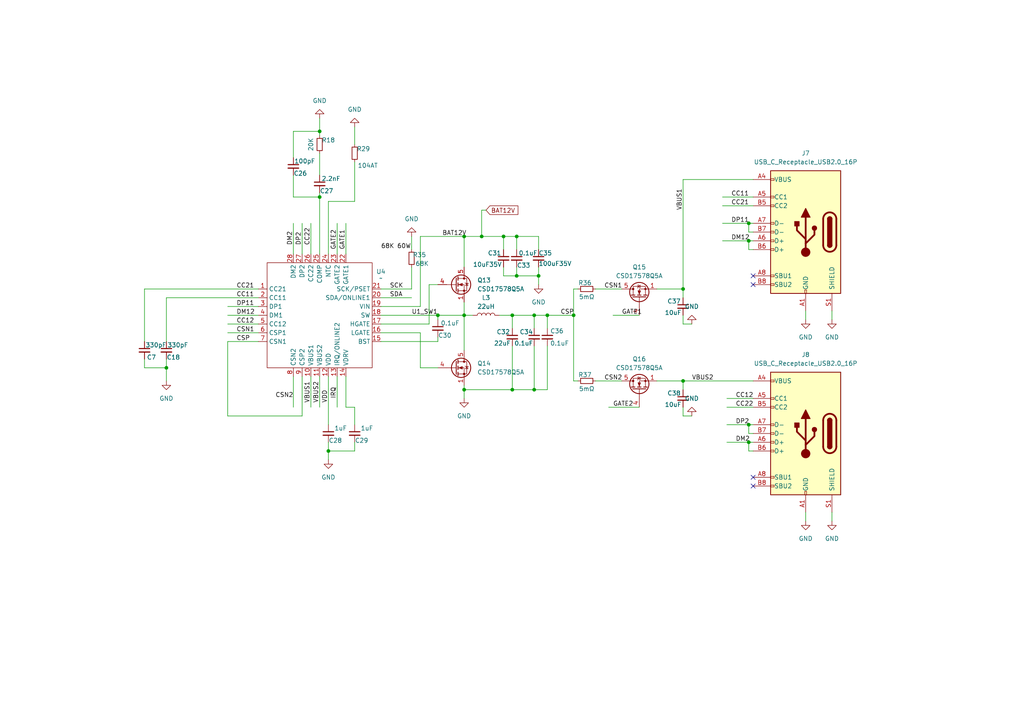
<source format=kicad_sch>
(kicad_sch
	(version 20231120)
	(generator "eeschema")
	(generator_version "8.0")
	(uuid "560e508f-3ad5-4076-9a88-e66af512175b")
	(paper "A4")
	(lib_symbols
		(symbol "Connector:USB_C_Receptacle_USB2.0_16P"
			(pin_names
				(offset 1.016)
			)
			(exclude_from_sim no)
			(in_bom yes)
			(on_board yes)
			(property "Reference" "J"
				(at 0 22.225 0)
				(effects
					(font
						(size 1.27 1.27)
					)
				)
			)
			(property "Value" "USB_C_Receptacle_USB2.0_16P"
				(at 0 19.685 0)
				(effects
					(font
						(size 1.27 1.27)
					)
				)
			)
			(property "Footprint" ""
				(at 3.81 0 0)
				(effects
					(font
						(size 1.27 1.27)
					)
					(hide yes)
				)
			)
			(property "Datasheet" "https://www.usb.org/sites/default/files/documents/usb_type-c.zip"
				(at 3.81 0 0)
				(effects
					(font
						(size 1.27 1.27)
					)
					(hide yes)
				)
			)
			(property "Description" "USB 2.0-only 16P Type-C Receptacle connector"
				(at 0 0 0)
				(effects
					(font
						(size 1.27 1.27)
					)
					(hide yes)
				)
			)
			(property "ki_keywords" "usb universal serial bus type-C USB2.0"
				(at 0 0 0)
				(effects
					(font
						(size 1.27 1.27)
					)
					(hide yes)
				)
			)
			(property "ki_fp_filters" "USB*C*Receptacle*"
				(at 0 0 0)
				(effects
					(font
						(size 1.27 1.27)
					)
					(hide yes)
				)
			)
			(symbol "USB_C_Receptacle_USB2.0_16P_0_0"
				(rectangle
					(start -0.254 -17.78)
					(end 0.254 -16.764)
					(stroke
						(width 0)
						(type default)
					)
					(fill
						(type none)
					)
				)
				(rectangle
					(start 10.16 -14.986)
					(end 9.144 -15.494)
					(stroke
						(width 0)
						(type default)
					)
					(fill
						(type none)
					)
				)
				(rectangle
					(start 10.16 -12.446)
					(end 9.144 -12.954)
					(stroke
						(width 0)
						(type default)
					)
					(fill
						(type none)
					)
				)
				(rectangle
					(start 10.16 -4.826)
					(end 9.144 -5.334)
					(stroke
						(width 0)
						(type default)
					)
					(fill
						(type none)
					)
				)
				(rectangle
					(start 10.16 -2.286)
					(end 9.144 -2.794)
					(stroke
						(width 0)
						(type default)
					)
					(fill
						(type none)
					)
				)
				(rectangle
					(start 10.16 0.254)
					(end 9.144 -0.254)
					(stroke
						(width 0)
						(type default)
					)
					(fill
						(type none)
					)
				)
				(rectangle
					(start 10.16 2.794)
					(end 9.144 2.286)
					(stroke
						(width 0)
						(type default)
					)
					(fill
						(type none)
					)
				)
				(rectangle
					(start 10.16 7.874)
					(end 9.144 7.366)
					(stroke
						(width 0)
						(type default)
					)
					(fill
						(type none)
					)
				)
				(rectangle
					(start 10.16 10.414)
					(end 9.144 9.906)
					(stroke
						(width 0)
						(type default)
					)
					(fill
						(type none)
					)
				)
				(rectangle
					(start 10.16 15.494)
					(end 9.144 14.986)
					(stroke
						(width 0)
						(type default)
					)
					(fill
						(type none)
					)
				)
			)
			(symbol "USB_C_Receptacle_USB2.0_16P_0_1"
				(rectangle
					(start -10.16 17.78)
					(end 10.16 -17.78)
					(stroke
						(width 0.254)
						(type default)
					)
					(fill
						(type background)
					)
				)
				(arc
					(start -8.89 -3.81)
					(mid -6.985 -5.7067)
					(end -5.08 -3.81)
					(stroke
						(width 0.508)
						(type default)
					)
					(fill
						(type none)
					)
				)
				(arc
					(start -7.62 -3.81)
					(mid -6.985 -4.4423)
					(end -6.35 -3.81)
					(stroke
						(width 0.254)
						(type default)
					)
					(fill
						(type none)
					)
				)
				(arc
					(start -7.62 -3.81)
					(mid -6.985 -4.4423)
					(end -6.35 -3.81)
					(stroke
						(width 0.254)
						(type default)
					)
					(fill
						(type outline)
					)
				)
				(rectangle
					(start -7.62 -3.81)
					(end -6.35 3.81)
					(stroke
						(width 0.254)
						(type default)
					)
					(fill
						(type outline)
					)
				)
				(arc
					(start -6.35 3.81)
					(mid -6.985 4.4423)
					(end -7.62 3.81)
					(stroke
						(width 0.254)
						(type default)
					)
					(fill
						(type none)
					)
				)
				(arc
					(start -6.35 3.81)
					(mid -6.985 4.4423)
					(end -7.62 3.81)
					(stroke
						(width 0.254)
						(type default)
					)
					(fill
						(type outline)
					)
				)
				(arc
					(start -5.08 3.81)
					(mid -6.985 5.7067)
					(end -8.89 3.81)
					(stroke
						(width 0.508)
						(type default)
					)
					(fill
						(type none)
					)
				)
				(circle
					(center -2.54 1.143)
					(radius 0.635)
					(stroke
						(width 0.254)
						(type default)
					)
					(fill
						(type outline)
					)
				)
				(circle
					(center 0 -5.842)
					(radius 1.27)
					(stroke
						(width 0)
						(type default)
					)
					(fill
						(type outline)
					)
				)
				(polyline
					(pts
						(xy -8.89 -3.81) (xy -8.89 3.81)
					)
					(stroke
						(width 0.508)
						(type default)
					)
					(fill
						(type none)
					)
				)
				(polyline
					(pts
						(xy -5.08 3.81) (xy -5.08 -3.81)
					)
					(stroke
						(width 0.508)
						(type default)
					)
					(fill
						(type none)
					)
				)
				(polyline
					(pts
						(xy 0 -5.842) (xy 0 4.318)
					)
					(stroke
						(width 0.508)
						(type default)
					)
					(fill
						(type none)
					)
				)
				(polyline
					(pts
						(xy 0 -3.302) (xy -2.54 -0.762) (xy -2.54 0.508)
					)
					(stroke
						(width 0.508)
						(type default)
					)
					(fill
						(type none)
					)
				)
				(polyline
					(pts
						(xy 0 -2.032) (xy 2.54 0.508) (xy 2.54 1.778)
					)
					(stroke
						(width 0.508)
						(type default)
					)
					(fill
						(type none)
					)
				)
				(polyline
					(pts
						(xy -1.27 4.318) (xy 0 6.858) (xy 1.27 4.318) (xy -1.27 4.318)
					)
					(stroke
						(width 0.254)
						(type default)
					)
					(fill
						(type outline)
					)
				)
				(rectangle
					(start 1.905 1.778)
					(end 3.175 3.048)
					(stroke
						(width 0.254)
						(type default)
					)
					(fill
						(type outline)
					)
				)
			)
			(symbol "USB_C_Receptacle_USB2.0_16P_1_1"
				(pin passive line
					(at 0 -22.86 90)
					(length 5.08)
					(name "GND"
						(effects
							(font
								(size 1.27 1.27)
							)
						)
					)
					(number "A1"
						(effects
							(font
								(size 1.27 1.27)
							)
						)
					)
				)
				(pin passive line
					(at 0 -22.86 90)
					(length 5.08) hide
					(name "GND"
						(effects
							(font
								(size 1.27 1.27)
							)
						)
					)
					(number "A12"
						(effects
							(font
								(size 1.27 1.27)
							)
						)
					)
				)
				(pin passive line
					(at 15.24 15.24 180)
					(length 5.08)
					(name "VBUS"
						(effects
							(font
								(size 1.27 1.27)
							)
						)
					)
					(number "A4"
						(effects
							(font
								(size 1.27 1.27)
							)
						)
					)
				)
				(pin bidirectional line
					(at 15.24 10.16 180)
					(length 5.08)
					(name "CC1"
						(effects
							(font
								(size 1.27 1.27)
							)
						)
					)
					(number "A5"
						(effects
							(font
								(size 1.27 1.27)
							)
						)
					)
				)
				(pin bidirectional line
					(at 15.24 -2.54 180)
					(length 5.08)
					(name "D+"
						(effects
							(font
								(size 1.27 1.27)
							)
						)
					)
					(number "A6"
						(effects
							(font
								(size 1.27 1.27)
							)
						)
					)
				)
				(pin bidirectional line
					(at 15.24 2.54 180)
					(length 5.08)
					(name "D-"
						(effects
							(font
								(size 1.27 1.27)
							)
						)
					)
					(number "A7"
						(effects
							(font
								(size 1.27 1.27)
							)
						)
					)
				)
				(pin bidirectional line
					(at 15.24 -12.7 180)
					(length 5.08)
					(name "SBU1"
						(effects
							(font
								(size 1.27 1.27)
							)
						)
					)
					(number "A8"
						(effects
							(font
								(size 1.27 1.27)
							)
						)
					)
				)
				(pin passive line
					(at 15.24 15.24 180)
					(length 5.08) hide
					(name "VBUS"
						(effects
							(font
								(size 1.27 1.27)
							)
						)
					)
					(number "A9"
						(effects
							(font
								(size 1.27 1.27)
							)
						)
					)
				)
				(pin passive line
					(at 0 -22.86 90)
					(length 5.08) hide
					(name "GND"
						(effects
							(font
								(size 1.27 1.27)
							)
						)
					)
					(number "B1"
						(effects
							(font
								(size 1.27 1.27)
							)
						)
					)
				)
				(pin passive line
					(at 0 -22.86 90)
					(length 5.08) hide
					(name "GND"
						(effects
							(font
								(size 1.27 1.27)
							)
						)
					)
					(number "B12"
						(effects
							(font
								(size 1.27 1.27)
							)
						)
					)
				)
				(pin passive line
					(at 15.24 15.24 180)
					(length 5.08) hide
					(name "VBUS"
						(effects
							(font
								(size 1.27 1.27)
							)
						)
					)
					(number "B4"
						(effects
							(font
								(size 1.27 1.27)
							)
						)
					)
				)
				(pin bidirectional line
					(at 15.24 7.62 180)
					(length 5.08)
					(name "CC2"
						(effects
							(font
								(size 1.27 1.27)
							)
						)
					)
					(number "B5"
						(effects
							(font
								(size 1.27 1.27)
							)
						)
					)
				)
				(pin bidirectional line
					(at 15.24 -5.08 180)
					(length 5.08)
					(name "D+"
						(effects
							(font
								(size 1.27 1.27)
							)
						)
					)
					(number "B6"
						(effects
							(font
								(size 1.27 1.27)
							)
						)
					)
				)
				(pin bidirectional line
					(at 15.24 0 180)
					(length 5.08)
					(name "D-"
						(effects
							(font
								(size 1.27 1.27)
							)
						)
					)
					(number "B7"
						(effects
							(font
								(size 1.27 1.27)
							)
						)
					)
				)
				(pin bidirectional line
					(at 15.24 -15.24 180)
					(length 5.08)
					(name "SBU2"
						(effects
							(font
								(size 1.27 1.27)
							)
						)
					)
					(number "B8"
						(effects
							(font
								(size 1.27 1.27)
							)
						)
					)
				)
				(pin passive line
					(at 15.24 15.24 180)
					(length 5.08) hide
					(name "VBUS"
						(effects
							(font
								(size 1.27 1.27)
							)
						)
					)
					(number "B9"
						(effects
							(font
								(size 1.27 1.27)
							)
						)
					)
				)
				(pin passive line
					(at -7.62 -22.86 90)
					(length 5.08)
					(name "SHIELD"
						(effects
							(font
								(size 1.27 1.27)
							)
						)
					)
					(number "S1"
						(effects
							(font
								(size 1.27 1.27)
							)
						)
					)
				)
			)
		)
		(symbol "Device:C_Small"
			(pin_numbers hide)
			(pin_names
				(offset 0.254) hide)
			(exclude_from_sim no)
			(in_bom yes)
			(on_board yes)
			(property "Reference" "C"
				(at 0.254 1.778 0)
				(effects
					(font
						(size 1.27 1.27)
					)
					(justify left)
				)
			)
			(property "Value" "C_Small"
				(at 0.254 -2.032 0)
				(effects
					(font
						(size 1.27 1.27)
					)
					(justify left)
				)
			)
			(property "Footprint" ""
				(at 0 0 0)
				(effects
					(font
						(size 1.27 1.27)
					)
					(hide yes)
				)
			)
			(property "Datasheet" "~"
				(at 0 0 0)
				(effects
					(font
						(size 1.27 1.27)
					)
					(hide yes)
				)
			)
			(property "Description" "Unpolarized capacitor, small symbol"
				(at 0 0 0)
				(effects
					(font
						(size 1.27 1.27)
					)
					(hide yes)
				)
			)
			(property "ki_keywords" "capacitor cap"
				(at 0 0 0)
				(effects
					(font
						(size 1.27 1.27)
					)
					(hide yes)
				)
			)
			(property "ki_fp_filters" "C_*"
				(at 0 0 0)
				(effects
					(font
						(size 1.27 1.27)
					)
					(hide yes)
				)
			)
			(symbol "C_Small_0_1"
				(polyline
					(pts
						(xy -1.524 -0.508) (xy 1.524 -0.508)
					)
					(stroke
						(width 0.3302)
						(type default)
					)
					(fill
						(type none)
					)
				)
				(polyline
					(pts
						(xy -1.524 0.508) (xy 1.524 0.508)
					)
					(stroke
						(width 0.3048)
						(type default)
					)
					(fill
						(type none)
					)
				)
			)
			(symbol "C_Small_1_1"
				(pin passive line
					(at 0 2.54 270)
					(length 2.032)
					(name "~"
						(effects
							(font
								(size 1.27 1.27)
							)
						)
					)
					(number "1"
						(effects
							(font
								(size 1.27 1.27)
							)
						)
					)
				)
				(pin passive line
					(at 0 -2.54 90)
					(length 2.032)
					(name "~"
						(effects
							(font
								(size 1.27 1.27)
							)
						)
					)
					(number "2"
						(effects
							(font
								(size 1.27 1.27)
							)
						)
					)
				)
			)
		)
		(symbol "Device:L"
			(pin_numbers hide)
			(pin_names
				(offset 1.016) hide)
			(exclude_from_sim no)
			(in_bom yes)
			(on_board yes)
			(property "Reference" "L"
				(at -1.27 0 90)
				(effects
					(font
						(size 1.27 1.27)
					)
				)
			)
			(property "Value" "L"
				(at 1.905 0 90)
				(effects
					(font
						(size 1.27 1.27)
					)
				)
			)
			(property "Footprint" ""
				(at 0 0 0)
				(effects
					(font
						(size 1.27 1.27)
					)
					(hide yes)
				)
			)
			(property "Datasheet" "~"
				(at 0 0 0)
				(effects
					(font
						(size 1.27 1.27)
					)
					(hide yes)
				)
			)
			(property "Description" "Inductor"
				(at 0 0 0)
				(effects
					(font
						(size 1.27 1.27)
					)
					(hide yes)
				)
			)
			(property "ki_keywords" "inductor choke coil reactor magnetic"
				(at 0 0 0)
				(effects
					(font
						(size 1.27 1.27)
					)
					(hide yes)
				)
			)
			(property "ki_fp_filters" "Choke_* *Coil* Inductor_* L_*"
				(at 0 0 0)
				(effects
					(font
						(size 1.27 1.27)
					)
					(hide yes)
				)
			)
			(symbol "L_0_1"
				(arc
					(start 0 -2.54)
					(mid 0.6323 -1.905)
					(end 0 -1.27)
					(stroke
						(width 0)
						(type default)
					)
					(fill
						(type none)
					)
				)
				(arc
					(start 0 -1.27)
					(mid 0.6323 -0.635)
					(end 0 0)
					(stroke
						(width 0)
						(type default)
					)
					(fill
						(type none)
					)
				)
				(arc
					(start 0 0)
					(mid 0.6323 0.635)
					(end 0 1.27)
					(stroke
						(width 0)
						(type default)
					)
					(fill
						(type none)
					)
				)
				(arc
					(start 0 1.27)
					(mid 0.6323 1.905)
					(end 0 2.54)
					(stroke
						(width 0)
						(type default)
					)
					(fill
						(type none)
					)
				)
			)
			(symbol "L_1_1"
				(pin passive line
					(at 0 3.81 270)
					(length 1.27)
					(name "1"
						(effects
							(font
								(size 1.27 1.27)
							)
						)
					)
					(number "1"
						(effects
							(font
								(size 1.27 1.27)
							)
						)
					)
				)
				(pin passive line
					(at 0 -3.81 90)
					(length 1.27)
					(name "2"
						(effects
							(font
								(size 1.27 1.27)
							)
						)
					)
					(number "2"
						(effects
							(font
								(size 1.27 1.27)
							)
						)
					)
				)
			)
		)
		(symbol "Device:R_Small"
			(pin_numbers hide)
			(pin_names
				(offset 0.254) hide)
			(exclude_from_sim no)
			(in_bom yes)
			(on_board yes)
			(property "Reference" "R"
				(at 0.762 0.508 0)
				(effects
					(font
						(size 1.27 1.27)
					)
					(justify left)
				)
			)
			(property "Value" "R_Small"
				(at 0.762 -1.016 0)
				(effects
					(font
						(size 1.27 1.27)
					)
					(justify left)
				)
			)
			(property "Footprint" ""
				(at 0 0 0)
				(effects
					(font
						(size 1.27 1.27)
					)
					(hide yes)
				)
			)
			(property "Datasheet" "~"
				(at 0 0 0)
				(effects
					(font
						(size 1.27 1.27)
					)
					(hide yes)
				)
			)
			(property "Description" "Resistor, small symbol"
				(at 0 0 0)
				(effects
					(font
						(size 1.27 1.27)
					)
					(hide yes)
				)
			)
			(property "ki_keywords" "R resistor"
				(at 0 0 0)
				(effects
					(font
						(size 1.27 1.27)
					)
					(hide yes)
				)
			)
			(property "ki_fp_filters" "R_*"
				(at 0 0 0)
				(effects
					(font
						(size 1.27 1.27)
					)
					(hide yes)
				)
			)
			(symbol "R_Small_0_1"
				(rectangle
					(start -0.762 1.778)
					(end 0.762 -1.778)
					(stroke
						(width 0.2032)
						(type default)
					)
					(fill
						(type none)
					)
				)
			)
			(symbol "R_Small_1_1"
				(pin passive line
					(at 0 2.54 270)
					(length 0.762)
					(name "~"
						(effects
							(font
								(size 1.27 1.27)
							)
						)
					)
					(number "1"
						(effects
							(font
								(size 1.27 1.27)
							)
						)
					)
				)
				(pin passive line
					(at 0 -2.54 90)
					(length 0.762)
					(name "~"
						(effects
							(font
								(size 1.27 1.27)
							)
						)
					)
					(number "2"
						(effects
							(font
								(size 1.27 1.27)
							)
						)
					)
				)
			)
		)
		(symbol "New_Library:SW3556"
			(exclude_from_sim no)
			(in_bom yes)
			(on_board yes)
			(property "Reference" "U"
				(at 0 0 0)
				(effects
					(font
						(size 1.27 1.27)
					)
				)
			)
			(property "Value" ""
				(at 0 0 0)
				(effects
					(font
						(size 1.27 1.27)
					)
				)
			)
			(property "Footprint" ""
				(at 0 0 0)
				(effects
					(font
						(size 1.27 1.27)
					)
					(hide yes)
				)
			)
			(property "Datasheet" ""
				(at 0 0 0)
				(effects
					(font
						(size 1.27 1.27)
					)
					(hide yes)
				)
			)
			(property "Description" ""
				(at 0 0 0)
				(effects
					(font
						(size 1.27 1.27)
					)
					(hide yes)
				)
			)
			(symbol "SW3556_0_1"
				(rectangle
					(start 0 0)
					(end 30.48 -30.48)
					(stroke
						(width 0)
						(type default)
					)
					(fill
						(type none)
					)
				)
			)
			(symbol "SW3556_1_1"
				(pin input line
					(at -2.54 -7.62 0)
					(length 2.54)
					(name "CC21"
						(effects
							(font
								(size 1.27 1.27)
							)
						)
					)
					(number "1"
						(effects
							(font
								(size 1.27 1.27)
							)
						)
					)
				)
				(pin input line
					(at 12.7 -33.02 90)
					(length 2.54)
					(name "VBUS1"
						(effects
							(font
								(size 1.27 1.27)
							)
						)
					)
					(number "10"
						(effects
							(font
								(size 1.27 1.27)
							)
						)
					)
				)
				(pin input line
					(at 15.24 -33.02 90)
					(length 2.54)
					(name "VBUS2"
						(effects
							(font
								(size 1.27 1.27)
							)
						)
					)
					(number "11"
						(effects
							(font
								(size 1.27 1.27)
							)
						)
					)
				)
				(pin input line
					(at 17.78 -33.02 90)
					(length 2.54)
					(name "VDD"
						(effects
							(font
								(size 1.27 1.27)
							)
						)
					)
					(number "12"
						(effects
							(font
								(size 1.27 1.27)
							)
						)
					)
				)
				(pin input line
					(at 20.32 -33.02 90)
					(length 2.54)
					(name "IRQ/ONLINE2"
						(effects
							(font
								(size 1.27 1.27)
							)
						)
					)
					(number "13"
						(effects
							(font
								(size 1.27 1.27)
							)
						)
					)
				)
				(pin input line
					(at 22.86 -33.02 90)
					(length 2.54)
					(name "VDRV"
						(effects
							(font
								(size 1.27 1.27)
							)
						)
					)
					(number "14"
						(effects
							(font
								(size 1.27 1.27)
							)
						)
					)
				)
				(pin input line
					(at 33.02 -22.86 180)
					(length 2.54)
					(name "BST"
						(effects
							(font
								(size 1.27 1.27)
							)
						)
					)
					(number "15"
						(effects
							(font
								(size 1.27 1.27)
							)
						)
					)
				)
				(pin input line
					(at 33.02 -20.32 180)
					(length 2.54)
					(name "LGATE"
						(effects
							(font
								(size 1.27 1.27)
							)
						)
					)
					(number "16"
						(effects
							(font
								(size 1.27 1.27)
							)
						)
					)
				)
				(pin input line
					(at 33.02 -17.78 180)
					(length 2.54)
					(name "HGATE"
						(effects
							(font
								(size 1.27 1.27)
							)
						)
					)
					(number "17"
						(effects
							(font
								(size 1.27 1.27)
							)
						)
					)
				)
				(pin input line
					(at 33.02 -15.24 180)
					(length 2.54)
					(name "SW"
						(effects
							(font
								(size 1.27 1.27)
							)
						)
					)
					(number "18"
						(effects
							(font
								(size 1.27 1.27)
							)
						)
					)
				)
				(pin input line
					(at 33.02 -12.7 180)
					(length 2.54)
					(name "VIN"
						(effects
							(font
								(size 1.27 1.27)
							)
						)
					)
					(number "19"
						(effects
							(font
								(size 1.27 1.27)
							)
						)
					)
				)
				(pin input line
					(at -2.54 -10.16 0)
					(length 2.54)
					(name "CC11"
						(effects
							(font
								(size 1.27 1.27)
							)
						)
					)
					(number "2"
						(effects
							(font
								(size 1.27 1.27)
							)
						)
					)
				)
				(pin input line
					(at 33.02 -10.16 180)
					(length 2.54)
					(name "SDA/ONLINE1"
						(effects
							(font
								(size 1.27 1.27)
							)
						)
					)
					(number "20"
						(effects
							(font
								(size 1.27 1.27)
							)
						)
					)
				)
				(pin input line
					(at 33.02 -7.62 180)
					(length 2.54)
					(name "SCK/PSET"
						(effects
							(font
								(size 1.27 1.27)
							)
						)
					)
					(number "21"
						(effects
							(font
								(size 1.27 1.27)
							)
						)
					)
				)
				(pin input line
					(at 22.86 2.54 270)
					(length 2.54)
					(name "GATE1"
						(effects
							(font
								(size 1.27 1.27)
							)
						)
					)
					(number "22"
						(effects
							(font
								(size 1.27 1.27)
							)
						)
					)
				)
				(pin input line
					(at 20.32 2.54 270)
					(length 2.54)
					(name "GATE2"
						(effects
							(font
								(size 1.27 1.27)
							)
						)
					)
					(number "23"
						(effects
							(font
								(size 1.27 1.27)
							)
						)
					)
				)
				(pin input line
					(at 17.78 2.54 270)
					(length 2.54)
					(name "NTC"
						(effects
							(font
								(size 1.27 1.27)
							)
						)
					)
					(number "24"
						(effects
							(font
								(size 1.27 1.27)
							)
						)
					)
				)
				(pin input line
					(at 15.24 2.54 270)
					(length 2.54)
					(name "COMP"
						(effects
							(font
								(size 1.27 1.27)
							)
						)
					)
					(number "25"
						(effects
							(font
								(size 1.27 1.27)
							)
						)
					)
				)
				(pin input line
					(at 12.7 2.54 270)
					(length 2.54)
					(name "CC22"
						(effects
							(font
								(size 1.27 1.27)
							)
						)
					)
					(number "26"
						(effects
							(font
								(size 1.27 1.27)
							)
						)
					)
				)
				(pin input line
					(at 10.16 2.54 270)
					(length 2.54)
					(name "DP2"
						(effects
							(font
								(size 1.27 1.27)
							)
						)
					)
					(number "27"
						(effects
							(font
								(size 1.27 1.27)
							)
						)
					)
				)
				(pin input line
					(at 7.62 2.54 270)
					(length 2.54)
					(name "DM2"
						(effects
							(font
								(size 1.27 1.27)
							)
						)
					)
					(number "28"
						(effects
							(font
								(size 1.27 1.27)
							)
						)
					)
				)
				(pin input line
					(at -2.54 -12.7 0)
					(length 2.54)
					(name "DP1"
						(effects
							(font
								(size 1.27 1.27)
							)
						)
					)
					(number "3"
						(effects
							(font
								(size 1.27 1.27)
							)
						)
					)
				)
				(pin input line
					(at -2.54 -15.24 0)
					(length 2.54)
					(name "DM1"
						(effects
							(font
								(size 1.27 1.27)
							)
						)
					)
					(number "4"
						(effects
							(font
								(size 1.27 1.27)
							)
						)
					)
				)
				(pin input line
					(at -2.54 -17.78 0)
					(length 2.54)
					(name "CC12"
						(effects
							(font
								(size 1.27 1.27)
							)
						)
					)
					(number "5"
						(effects
							(font
								(size 1.27 1.27)
							)
						)
					)
				)
				(pin input line
					(at -2.54 -20.32 0)
					(length 2.54)
					(name "CSP1"
						(effects
							(font
								(size 1.27 1.27)
							)
						)
					)
					(number "6"
						(effects
							(font
								(size 1.27 1.27)
							)
						)
					)
				)
				(pin input line
					(at -2.54 -22.86 0)
					(length 2.54)
					(name "CSN1"
						(effects
							(font
								(size 1.27 1.27)
							)
						)
					)
					(number "7"
						(effects
							(font
								(size 1.27 1.27)
							)
						)
					)
				)
				(pin input line
					(at 7.62 -33.02 90)
					(length 2.54)
					(name "CSN2"
						(effects
							(font
								(size 1.27 1.27)
							)
						)
					)
					(number "8"
						(effects
							(font
								(size 1.27 1.27)
							)
						)
					)
				)
				(pin input line
					(at 10.16 -33.02 90)
					(length 2.54)
					(name "CSP2"
						(effects
							(font
								(size 1.27 1.27)
							)
						)
					)
					(number "9"
						(effects
							(font
								(size 1.27 1.27)
							)
						)
					)
				)
			)
		)
		(symbol "Transistor_FET:CSD17578Q5A"
			(pin_names hide)
			(exclude_from_sim no)
			(in_bom yes)
			(on_board yes)
			(property "Reference" "Q"
				(at 5.08 1.905 0)
				(effects
					(font
						(size 1.27 1.27)
					)
					(justify left)
				)
			)
			(property "Value" "CSD17578Q5A"
				(at 5.08 0 0)
				(effects
					(font
						(size 1.27 1.27)
					)
					(justify left)
				)
			)
			(property "Footprint" "Package_TO_SOT_SMD:TDSON-8-1"
				(at 5.08 -1.905 0)
				(effects
					(font
						(size 1.27 1.27)
						(italic yes)
					)
					(justify left)
					(hide yes)
				)
			)
			(property "Datasheet" "http://www.ti.com/lit/gpn/csd17578q5a"
				(at 5.08 -3.81 0)
				(effects
					(font
						(size 1.27 1.27)
					)
					(justify left)
					(hide yes)
				)
			)
			(property "Description" "25A Id, 30V Vds, NexFET N-Channel Power MOSFET, 6.9mOhm Ron, Qg (typ) 7.9nC, SON8 5x6mm"
				(at 0 0 0)
				(effects
					(font
						(size 1.27 1.27)
					)
					(hide yes)
				)
			)
			(property "ki_keywords" "NexFET Power MOSFET N-MOS"
				(at 0 0 0)
				(effects
					(font
						(size 1.27 1.27)
					)
					(hide yes)
				)
			)
			(property "ki_fp_filters" "TDSON*"
				(at 0 0 0)
				(effects
					(font
						(size 1.27 1.27)
					)
					(hide yes)
				)
			)
			(symbol "CSD17578Q5A_0_1"
				(polyline
					(pts
						(xy 0.254 0) (xy -2.54 0)
					)
					(stroke
						(width 0)
						(type default)
					)
					(fill
						(type none)
					)
				)
				(polyline
					(pts
						(xy 0.254 1.905) (xy 0.254 -1.905)
					)
					(stroke
						(width 0.254)
						(type default)
					)
					(fill
						(type none)
					)
				)
				(polyline
					(pts
						(xy 0.762 -1.27) (xy 0.762 -2.286)
					)
					(stroke
						(width 0.254)
						(type default)
					)
					(fill
						(type none)
					)
				)
				(polyline
					(pts
						(xy 0.762 0.508) (xy 0.762 -0.508)
					)
					(stroke
						(width 0.254)
						(type default)
					)
					(fill
						(type none)
					)
				)
				(polyline
					(pts
						(xy 0.762 2.286) (xy 0.762 1.27)
					)
					(stroke
						(width 0.254)
						(type default)
					)
					(fill
						(type none)
					)
				)
				(polyline
					(pts
						(xy 2.54 2.54) (xy 2.54 1.778)
					)
					(stroke
						(width 0)
						(type default)
					)
					(fill
						(type none)
					)
				)
				(polyline
					(pts
						(xy 2.54 -2.54) (xy 2.54 0) (xy 0.762 0)
					)
					(stroke
						(width 0)
						(type default)
					)
					(fill
						(type none)
					)
				)
				(polyline
					(pts
						(xy 0.762 -1.778) (xy 3.302 -1.778) (xy 3.302 1.778) (xy 0.762 1.778)
					)
					(stroke
						(width 0)
						(type default)
					)
					(fill
						(type none)
					)
				)
				(polyline
					(pts
						(xy 1.016 0) (xy 2.032 0.381) (xy 2.032 -0.381) (xy 1.016 0)
					)
					(stroke
						(width 0)
						(type default)
					)
					(fill
						(type outline)
					)
				)
				(polyline
					(pts
						(xy 2.794 0.508) (xy 2.921 0.381) (xy 3.683 0.381) (xy 3.81 0.254)
					)
					(stroke
						(width 0)
						(type default)
					)
					(fill
						(type none)
					)
				)
				(polyline
					(pts
						(xy 3.302 0.381) (xy 2.921 -0.254) (xy 3.683 -0.254) (xy 3.302 0.381)
					)
					(stroke
						(width 0)
						(type default)
					)
					(fill
						(type none)
					)
				)
				(circle
					(center 1.651 0)
					(radius 2.794)
					(stroke
						(width 0.254)
						(type default)
					)
					(fill
						(type none)
					)
				)
				(circle
					(center 2.54 -1.778)
					(radius 0.254)
					(stroke
						(width 0)
						(type default)
					)
					(fill
						(type outline)
					)
				)
				(circle
					(center 2.54 1.778)
					(radius 0.254)
					(stroke
						(width 0)
						(type default)
					)
					(fill
						(type outline)
					)
				)
			)
			(symbol "CSD17578Q5A_1_1"
				(pin passive line
					(at 2.54 -5.08 90)
					(length 2.54)
					(name "S"
						(effects
							(font
								(size 1.27 1.27)
							)
						)
					)
					(number "1"
						(effects
							(font
								(size 1.27 1.27)
							)
						)
					)
				)
				(pin passive line
					(at 2.54 -5.08 90)
					(length 2.54) hide
					(name "S"
						(effects
							(font
								(size 1.27 1.27)
							)
						)
					)
					(number "2"
						(effects
							(font
								(size 1.27 1.27)
							)
						)
					)
				)
				(pin passive line
					(at 2.54 -5.08 90)
					(length 2.54) hide
					(name "S"
						(effects
							(font
								(size 1.27 1.27)
							)
						)
					)
					(number "3"
						(effects
							(font
								(size 1.27 1.27)
							)
						)
					)
				)
				(pin passive line
					(at -5.08 0 0)
					(length 2.54)
					(name "G"
						(effects
							(font
								(size 1.27 1.27)
							)
						)
					)
					(number "4"
						(effects
							(font
								(size 1.27 1.27)
							)
						)
					)
				)
				(pin passive line
					(at 2.54 5.08 270)
					(length 2.54)
					(name "D"
						(effects
							(font
								(size 1.27 1.27)
							)
						)
					)
					(number "5"
						(effects
							(font
								(size 1.27 1.27)
							)
						)
					)
				)
			)
		)
		(symbol "power:GND"
			(power)
			(pin_names
				(offset 0)
			)
			(exclude_from_sim no)
			(in_bom yes)
			(on_board yes)
			(property "Reference" "#PWR"
				(at 0 -6.35 0)
				(effects
					(font
						(size 1.27 1.27)
					)
					(hide yes)
				)
			)
			(property "Value" "GND"
				(at 0 -3.81 0)
				(effects
					(font
						(size 1.27 1.27)
					)
				)
			)
			(property "Footprint" ""
				(at 0 0 0)
				(effects
					(font
						(size 1.27 1.27)
					)
					(hide yes)
				)
			)
			(property "Datasheet" ""
				(at 0 0 0)
				(effects
					(font
						(size 1.27 1.27)
					)
					(hide yes)
				)
			)
			(property "Description" "Power symbol creates a global label with name \"GND\" , ground"
				(at 0 0 0)
				(effects
					(font
						(size 1.27 1.27)
					)
					(hide yes)
				)
			)
			(property "ki_keywords" "global power"
				(at 0 0 0)
				(effects
					(font
						(size 1.27 1.27)
					)
					(hide yes)
				)
			)
			(symbol "GND_0_1"
				(polyline
					(pts
						(xy 0 0) (xy 0 -1.27) (xy 1.27 -1.27) (xy 0 -2.54) (xy -1.27 -1.27) (xy 0 -1.27)
					)
					(stroke
						(width 0)
						(type default)
					)
					(fill
						(type none)
					)
				)
			)
			(symbol "GND_1_1"
				(pin power_in line
					(at 0 0 270)
					(length 0) hide
					(name "GND"
						(effects
							(font
								(size 1.27 1.27)
							)
						)
					)
					(number "1"
						(effects
							(font
								(size 1.27 1.27)
							)
						)
					)
				)
			)
		)
	)
	(junction
		(at 127 91.44)
		(diameter 0)
		(color 0 0 0 0)
		(uuid "10c86f08-770c-480c-9378-5e6689f9dd3d")
	)
	(junction
		(at 217.17 128.27)
		(diameter 0)
		(color 0 0 0 0)
		(uuid "267e5cd8-0859-4101-b7f4-3a0a67614c0a")
	)
	(junction
		(at 217.17 69.85)
		(diameter 0)
		(color 0 0 0 0)
		(uuid "42b62001-b359-4da4-9659-7bdc4d9d5158")
	)
	(junction
		(at 48.26 106.68)
		(diameter 0)
		(color 0 0 0 0)
		(uuid "4bed8efe-88f7-4752-aa78-344e5bc27014")
	)
	(junction
		(at 217.17 123.19)
		(diameter 0)
		(color 0 0 0 0)
		(uuid "4c0f8d09-624f-4268-a5e0-6cec9e2a68a0")
	)
	(junction
		(at 217.17 64.77)
		(diameter 0)
		(color 0 0 0 0)
		(uuid "4cedd031-2e22-43a6-bd5c-538072026cd2")
	)
	(junction
		(at 134.62 113.03)
		(diameter 0)
		(color 0 0 0 0)
		(uuid "4d95a2fe-4319-4e02-8827-fa186f4c5b98")
	)
	(junction
		(at 154.94 91.44)
		(diameter 0)
		(color 0 0 0 0)
		(uuid "553b0301-d88d-4b49-9ad1-f291eeb42e53")
	)
	(junction
		(at 198.12 110.49)
		(diameter 0)
		(color 0 0 0 0)
		(uuid "6cdd159d-2038-44ba-8772-58423c404880")
	)
	(junction
		(at 149.86 80.01)
		(diameter 0)
		(color 0 0 0 0)
		(uuid "78bb1a5e-a9d7-4133-8b31-84313e257a2f")
	)
	(junction
		(at 139.7 68.58)
		(diameter 0)
		(color 0 0 0 0)
		(uuid "7b6019b4-c335-4e57-a3a3-67074288bebd")
	)
	(junction
		(at 95.25 130.81)
		(diameter 0)
		(color 0 0 0 0)
		(uuid "8627ed8a-5e06-4c2b-b59d-0ff2b66cd893")
	)
	(junction
		(at 134.62 68.58)
		(diameter 0)
		(color 0 0 0 0)
		(uuid "8aa0704b-5e5a-49c9-8d3a-f7a514bd6617")
	)
	(junction
		(at 146.05 68.58)
		(diameter 0)
		(color 0 0 0 0)
		(uuid "9066b929-be79-4182-84c3-75728bee4e56")
	)
	(junction
		(at 92.71 38.1)
		(diameter 0)
		(color 0 0 0 0)
		(uuid "9139f755-8c9c-4421-9160-d5c68e27ede5")
	)
	(junction
		(at 92.71 57.15)
		(diameter 0)
		(color 0 0 0 0)
		(uuid "91d3d1c2-7023-416e-8091-e4eba32703a1")
	)
	(junction
		(at 198.12 83.82)
		(diameter 0)
		(color 0 0 0 0)
		(uuid "a2013c18-8fbc-46b6-a813-8194470a3d45")
	)
	(junction
		(at 156.21 80.01)
		(diameter 0)
		(color 0 0 0 0)
		(uuid "bbe63f5e-2f31-4e9f-8994-7299111e6fe7")
	)
	(junction
		(at 154.94 113.03)
		(diameter 0)
		(color 0 0 0 0)
		(uuid "c3dd525d-d3d1-4c80-9683-d19f2a69fcc6")
	)
	(junction
		(at 166.37 91.44)
		(diameter 0)
		(color 0 0 0 0)
		(uuid "d1d8f31b-5e72-4703-bce2-51a227693d6c")
	)
	(junction
		(at 158.75 91.44)
		(diameter 0)
		(color 0 0 0 0)
		(uuid "d7521980-2f89-4f87-9bcb-e4e5bd0688ee")
	)
	(junction
		(at 149.86 68.58)
		(diameter 0)
		(color 0 0 0 0)
		(uuid "dac4a605-484b-4786-b4bb-1e73a07f74ec")
	)
	(junction
		(at 134.62 91.44)
		(diameter 0)
		(color 0 0 0 0)
		(uuid "df2522d4-051d-47ce-abf1-5688984b4906")
	)
	(junction
		(at 148.59 113.03)
		(diameter 0)
		(color 0 0 0 0)
		(uuid "e22b0e40-0ff7-4a81-97bb-14d01f10fe6d")
	)
	(junction
		(at 148.59 91.44)
		(diameter 0)
		(color 0 0 0 0)
		(uuid "e6fead7b-c9da-4f7d-878d-b853f407e667")
	)
	(no_connect
		(at 218.44 140.97)
		(uuid "4629efae-6894-41ab-ac18-23e7d5d22e8b")
	)
	(no_connect
		(at 218.44 138.43)
		(uuid "6dc56b9f-8954-4b38-af02-46f9d8198265")
	)
	(no_connect
		(at 218.44 82.55)
		(uuid "821a6c2a-602d-4aec-a4fe-49373b965a40")
	)
	(no_connect
		(at 218.44 80.01)
		(uuid "e36e4a0c-2d58-44da-905b-010c50f176a5")
	)
	(wire
		(pts
			(xy 127 91.44) (xy 134.62 91.44)
		)
		(stroke
			(width 0)
			(type default)
		)
		(uuid "00c77201-e5a6-4a63-8176-bd9ad621ddae")
	)
	(wire
		(pts
			(xy 198.12 120.65) (xy 200.66 120.65)
		)
		(stroke
			(width 0)
			(type default)
		)
		(uuid "0322092f-e207-4039-bc32-1d24b2ba4595")
	)
	(wire
		(pts
			(xy 167.64 110.49) (xy 166.37 110.49)
		)
		(stroke
			(width 0)
			(type default)
		)
		(uuid "042b27ec-520c-4117-b898-137f47443cef")
	)
	(wire
		(pts
			(xy 148.59 91.44) (xy 144.78 91.44)
		)
		(stroke
			(width 0)
			(type default)
		)
		(uuid "0502f762-2adf-432d-b0ec-f6bcbc9d81f9")
	)
	(wire
		(pts
			(xy 217.17 67.31) (xy 217.17 64.77)
		)
		(stroke
			(width 0)
			(type default)
		)
		(uuid "05506de1-5d93-4919-b276-766927333d4e")
	)
	(wire
		(pts
			(xy 87.63 120.65) (xy 66.04 120.65)
		)
		(stroke
			(width 0)
			(type default)
		)
		(uuid "0604e8c5-2a48-430c-a631-86f90be136aa")
	)
	(wire
		(pts
			(xy 218.44 67.31) (xy 217.17 67.31)
		)
		(stroke
			(width 0)
			(type default)
		)
		(uuid "06d13a65-3262-4e16-bfe2-02e319fe26b6")
	)
	(wire
		(pts
			(xy 156.21 80.01) (xy 156.21 77.47)
		)
		(stroke
			(width 0)
			(type default)
		)
		(uuid "0abae2c3-6b64-44e3-b538-3f0f0af85bc1")
	)
	(wire
		(pts
			(xy 217.17 72.39) (xy 217.17 69.85)
		)
		(stroke
			(width 0)
			(type default)
		)
		(uuid "0b199090-2781-46c8-9f81-1f8929e00a63")
	)
	(wire
		(pts
			(xy 110.49 99.06) (xy 127 99.06)
		)
		(stroke
			(width 0)
			(type default)
		)
		(uuid "0b6eb063-396f-4ade-b97d-5985ed2a63a4")
	)
	(wire
		(pts
			(xy 172.72 110.49) (xy 180.34 110.49)
		)
		(stroke
			(width 0)
			(type default)
		)
		(uuid "0cf6dff8-0e3c-4335-bcce-b9c673842a7e")
	)
	(wire
		(pts
			(xy 198.12 83.82) (xy 190.5 83.82)
		)
		(stroke
			(width 0)
			(type default)
		)
		(uuid "12167aff-1a61-442f-8d9f-3b08a15523c8")
	)
	(wire
		(pts
			(xy 66.04 91.44) (xy 74.93 91.44)
		)
		(stroke
			(width 0)
			(type default)
		)
		(uuid "14738d8a-6826-4296-87e2-295ad274d525")
	)
	(wire
		(pts
			(xy 87.63 64.77) (xy 87.63 73.66)
		)
		(stroke
			(width 0)
			(type default)
		)
		(uuid "148d7637-5d88-4e36-ae03-b48d60865cee")
	)
	(wire
		(pts
			(xy 85.09 45.72) (xy 85.09 38.1)
		)
		(stroke
			(width 0)
			(type default)
		)
		(uuid "155f0502-2959-4b8a-9b30-0fdf008e9a1e")
	)
	(wire
		(pts
			(xy 87.63 109.22) (xy 87.63 120.65)
		)
		(stroke
			(width 0)
			(type default)
		)
		(uuid "15be59fb-d035-4078-9bf1-bebee502eab3")
	)
	(wire
		(pts
			(xy 158.75 91.44) (xy 154.94 91.44)
		)
		(stroke
			(width 0)
			(type default)
		)
		(uuid "18aaa588-5ec4-43f9-9883-f457d5baf7cb")
	)
	(wire
		(pts
			(xy 154.94 91.44) (xy 148.59 91.44)
		)
		(stroke
			(width 0)
			(type default)
		)
		(uuid "1acf3c4e-ee49-42d2-b369-822b723d2df3")
	)
	(wire
		(pts
			(xy 146.05 68.58) (xy 139.7 68.58)
		)
		(stroke
			(width 0)
			(type default)
		)
		(uuid "1d57352d-d66e-4916-a9f5-0346d26fa937")
	)
	(wire
		(pts
			(xy 148.59 95.25) (xy 148.59 91.44)
		)
		(stroke
			(width 0)
			(type default)
		)
		(uuid "1e027d76-5c97-4f9e-aa55-03e339ed9414")
	)
	(wire
		(pts
			(xy 209.55 57.15) (xy 218.44 57.15)
		)
		(stroke
			(width 0)
			(type default)
		)
		(uuid "1e6f80a4-a79f-458f-a2b9-82b338e821aa")
	)
	(wire
		(pts
			(xy 210.82 123.19) (xy 217.17 123.19)
		)
		(stroke
			(width 0)
			(type default)
		)
		(uuid "1fd62283-3214-4e81-9cc1-1d1c24481ba7")
	)
	(wire
		(pts
			(xy 139.7 60.96) (xy 139.7 68.58)
		)
		(stroke
			(width 0)
			(type default)
		)
		(uuid "218aa7e5-62a4-40a6-8241-cc98577d6a98")
	)
	(wire
		(pts
			(xy 134.62 91.44) (xy 137.16 91.44)
		)
		(stroke
			(width 0)
			(type default)
		)
		(uuid "24df035e-45de-4077-ac28-09cae9dc7af7")
	)
	(wire
		(pts
			(xy 166.37 91.44) (xy 166.37 83.82)
		)
		(stroke
			(width 0)
			(type default)
		)
		(uuid "25702624-d4f4-451e-9c7d-bb6ed25ca29e")
	)
	(wire
		(pts
			(xy 154.94 100.33) (xy 154.94 113.03)
		)
		(stroke
			(width 0)
			(type default)
		)
		(uuid "2850927b-b5cc-4657-a423-464839822863")
	)
	(wire
		(pts
			(xy 124.46 93.98) (xy 124.46 82.55)
		)
		(stroke
			(width 0)
			(type default)
		)
		(uuid "2a6413de-d05e-485f-a141-7143d5c1137e")
	)
	(wire
		(pts
			(xy 66.04 93.98) (xy 74.93 93.98)
		)
		(stroke
			(width 0)
			(type default)
		)
		(uuid "2a8cca56-2ec9-4107-a8e6-1cfaa784e6e4")
	)
	(wire
		(pts
			(xy 198.12 118.11) (xy 198.12 120.65)
		)
		(stroke
			(width 0)
			(type default)
		)
		(uuid "30b7a38a-8531-401b-8354-60c5ac4e4599")
	)
	(wire
		(pts
			(xy 102.87 130.81) (xy 95.25 130.81)
		)
		(stroke
			(width 0)
			(type default)
		)
		(uuid "30d87f69-1a9c-4676-9575-308412d736d2")
	)
	(wire
		(pts
			(xy 176.53 118.11) (xy 185.42 118.11)
		)
		(stroke
			(width 0)
			(type default)
		)
		(uuid "3184d317-b1c3-466f-8cba-3a8e7f31bdfb")
	)
	(wire
		(pts
			(xy 95.25 109.22) (xy 95.25 123.19)
		)
		(stroke
			(width 0)
			(type default)
		)
		(uuid "36c14b62-ec64-4558-a3a6-72bcec985cb1")
	)
	(wire
		(pts
			(xy 149.86 80.01) (xy 156.21 80.01)
		)
		(stroke
			(width 0)
			(type default)
		)
		(uuid "37a3d4ec-b925-48e6-8d25-3580a13fbb19")
	)
	(wire
		(pts
			(xy 134.62 68.58) (xy 134.62 77.47)
		)
		(stroke
			(width 0)
			(type default)
		)
		(uuid "37dfd9da-c00f-4c4b-936b-b881b5320afe")
	)
	(wire
		(pts
			(xy 92.71 34.29) (xy 92.71 38.1)
		)
		(stroke
			(width 0)
			(type default)
		)
		(uuid "38de3076-ab5d-4a9b-b52f-8ce675494c91")
	)
	(wire
		(pts
			(xy 210.82 128.27) (xy 217.17 128.27)
		)
		(stroke
			(width 0)
			(type default)
		)
		(uuid "3d93e974-374d-4402-8276-28d617d7d368")
	)
	(wire
		(pts
			(xy 146.05 80.01) (xy 149.86 80.01)
		)
		(stroke
			(width 0)
			(type default)
		)
		(uuid "3e6c4d8f-5ac2-4a90-9208-74fd668e2df4")
	)
	(wire
		(pts
			(xy 134.62 91.44) (xy 134.62 101.6)
		)
		(stroke
			(width 0)
			(type default)
		)
		(uuid "430c409d-82e4-41e8-b2ff-30db5ddefb9e")
	)
	(wire
		(pts
			(xy 166.37 110.49) (xy 166.37 91.44)
		)
		(stroke
			(width 0)
			(type default)
		)
		(uuid "4355e7fb-e952-4490-852a-9fb3bbe90e00")
	)
	(wire
		(pts
			(xy 66.04 88.9) (xy 74.93 88.9)
		)
		(stroke
			(width 0)
			(type default)
		)
		(uuid "449e3776-a0e6-4319-bb01-c9cf5328d45c")
	)
	(wire
		(pts
			(xy 154.94 113.03) (xy 148.59 113.03)
		)
		(stroke
			(width 0)
			(type default)
		)
		(uuid "44dc57fd-9145-46cf-9c95-3342ef2253f5")
	)
	(wire
		(pts
			(xy 127 91.44) (xy 127 92.71)
		)
		(stroke
			(width 0)
			(type default)
		)
		(uuid "483243b1-cacd-4403-b0d4-57d391a7fc68")
	)
	(wire
		(pts
			(xy 149.86 68.58) (xy 146.05 68.58)
		)
		(stroke
			(width 0)
			(type default)
		)
		(uuid "4d41fb00-a639-486d-9e7d-d91d693f70b2")
	)
	(wire
		(pts
			(xy 209.55 59.69) (xy 218.44 59.69)
		)
		(stroke
			(width 0)
			(type default)
		)
		(uuid "4d7aba17-4c32-4520-b1cc-261a56bf82e6")
	)
	(wire
		(pts
			(xy 85.09 57.15) (xy 92.71 57.15)
		)
		(stroke
			(width 0)
			(type default)
		)
		(uuid "4dc4403f-9a12-4972-9092-bc5dfc4bf122")
	)
	(wire
		(pts
			(xy 148.59 113.03) (xy 134.62 113.03)
		)
		(stroke
			(width 0)
			(type default)
		)
		(uuid "4ea6893b-cf20-4454-a594-a9c2bd1c6ca9")
	)
	(wire
		(pts
			(xy 233.68 90.17) (xy 233.68 92.71)
		)
		(stroke
			(width 0)
			(type default)
		)
		(uuid "4ece6698-d927-4354-aa7d-d52b5699abd7")
	)
	(wire
		(pts
			(xy 217.17 125.73) (xy 217.17 123.19)
		)
		(stroke
			(width 0)
			(type default)
		)
		(uuid "51804f28-fde2-464d-b289-13c7c560bd94")
	)
	(wire
		(pts
			(xy 102.87 118.11) (xy 100.33 118.11)
		)
		(stroke
			(width 0)
			(type default)
		)
		(uuid "539475fd-2cb6-4ca5-85b6-767218bbd744")
	)
	(wire
		(pts
			(xy 100.33 73.66) (xy 100.33 64.77)
		)
		(stroke
			(width 0)
			(type default)
		)
		(uuid "54c45089-1f44-4088-bee9-01d302288ad1")
	)
	(wire
		(pts
			(xy 210.82 115.57) (xy 218.44 115.57)
		)
		(stroke
			(width 0)
			(type default)
		)
		(uuid "572d693a-dc7b-486d-8819-1e2d92d6d86f")
	)
	(wire
		(pts
			(xy 110.49 88.9) (xy 121.92 88.9)
		)
		(stroke
			(width 0)
			(type default)
		)
		(uuid "58751984-83d9-4f98-b153-aa9bf702a5f6")
	)
	(wire
		(pts
			(xy 110.49 86.36) (xy 119.38 86.36)
		)
		(stroke
			(width 0)
			(type default)
		)
		(uuid "5aad6ba7-8d9a-42ac-9812-1769ec966646")
	)
	(wire
		(pts
			(xy 149.86 72.39) (xy 149.86 68.58)
		)
		(stroke
			(width 0)
			(type default)
		)
		(uuid "5ff00507-fd4d-44a1-bb5c-8b6037ab9970")
	)
	(wire
		(pts
			(xy 166.37 83.82) (xy 167.64 83.82)
		)
		(stroke
			(width 0)
			(type default)
		)
		(uuid "6133137f-136e-4985-aba0-79d409339fb7")
	)
	(wire
		(pts
			(xy 95.25 58.42) (xy 95.25 73.66)
		)
		(stroke
			(width 0)
			(type default)
		)
		(uuid "618beac6-2f87-4e46-b11a-cfc331dd80f1")
	)
	(wire
		(pts
			(xy 90.17 64.77) (xy 90.17 73.66)
		)
		(stroke
			(width 0)
			(type default)
		)
		(uuid "61ba745f-2fbd-49ec-ad9e-a744d5931995")
	)
	(wire
		(pts
			(xy 41.91 83.82) (xy 74.93 83.82)
		)
		(stroke
			(width 0)
			(type default)
		)
		(uuid "61cbee40-2662-4d3f-b75e-b563d7fa2381")
	)
	(wire
		(pts
			(xy 119.38 83.82) (xy 110.49 83.82)
		)
		(stroke
			(width 0)
			(type default)
		)
		(uuid "639a6939-28ed-484a-a62a-cb459d579512")
	)
	(wire
		(pts
			(xy 119.38 77.47) (xy 119.38 83.82)
		)
		(stroke
			(width 0)
			(type default)
		)
		(uuid "6514c1f2-de7f-4573-a920-b6dd4061e6a9")
	)
	(wire
		(pts
			(xy 172.72 83.82) (xy 180.34 83.82)
		)
		(stroke
			(width 0)
			(type default)
		)
		(uuid "65f70dfe-8fa8-4a59-b331-486e8c2e2dbb")
	)
	(wire
		(pts
			(xy 134.62 87.63) (xy 134.62 91.44)
		)
		(stroke
			(width 0)
			(type default)
		)
		(uuid "68701f99-e95d-4cbd-a404-84e0d9cf52e6")
	)
	(wire
		(pts
			(xy 66.04 99.06) (xy 74.93 99.06)
		)
		(stroke
			(width 0)
			(type default)
		)
		(uuid "70e6345d-304c-4455-9abd-8b36c2af1d1b")
	)
	(wire
		(pts
			(xy 121.92 106.68) (xy 127 106.68)
		)
		(stroke
			(width 0)
			(type default)
		)
		(uuid "71a97087-8b29-41be-befc-6b911d204810")
	)
	(wire
		(pts
			(xy 139.7 68.58) (xy 134.62 68.58)
		)
		(stroke
			(width 0)
			(type default)
		)
		(uuid "775fadb7-a647-46f1-a81f-9a30adda5bf2")
	)
	(wire
		(pts
			(xy 198.12 93.98) (xy 200.66 93.98)
		)
		(stroke
			(width 0)
			(type default)
		)
		(uuid "783d9c42-f1dc-4117-8b3c-03efb37341a8")
	)
	(wire
		(pts
			(xy 102.87 128.27) (xy 102.87 130.81)
		)
		(stroke
			(width 0)
			(type default)
		)
		(uuid "78afed95-5dfe-4b6a-a2b9-3de1264ea14a")
	)
	(wire
		(pts
			(xy 110.49 96.52) (xy 121.92 96.52)
		)
		(stroke
			(width 0)
			(type default)
		)
		(uuid "7cd0694e-a5a9-47dd-b2de-076556fe0c16")
	)
	(wire
		(pts
			(xy 92.71 57.15) (xy 92.71 73.66)
		)
		(stroke
			(width 0)
			(type default)
		)
		(uuid "7d2bd4f3-6178-4bf1-bdf1-53151925c806")
	)
	(wire
		(pts
			(xy 100.33 118.11) (xy 100.33 109.22)
		)
		(stroke
			(width 0)
			(type default)
		)
		(uuid "7f66d3c1-2041-4844-990f-b83ea1929a8c")
	)
	(wire
		(pts
			(xy 66.04 96.52) (xy 74.93 96.52)
		)
		(stroke
			(width 0)
			(type default)
		)
		(uuid "804dc769-dfdb-4943-9a5b-f8558b9960df")
	)
	(wire
		(pts
			(xy 48.26 86.36) (xy 74.93 86.36)
		)
		(stroke
			(width 0)
			(type default)
		)
		(uuid "81bbbac0-1f13-4257-a784-dd2f2485db49")
	)
	(wire
		(pts
			(xy 97.79 64.77) (xy 97.79 73.66)
		)
		(stroke
			(width 0)
			(type default)
		)
		(uuid "851cfdea-2a18-49ba-9278-e359f98eb10b")
	)
	(wire
		(pts
			(xy 102.87 123.19) (xy 102.87 118.11)
		)
		(stroke
			(width 0)
			(type default)
		)
		(uuid "85ccf0ff-a39b-4618-be97-d731ec790f33")
	)
	(wire
		(pts
			(xy 134.62 111.76) (xy 134.62 113.03)
		)
		(stroke
			(width 0)
			(type default)
		)
		(uuid "886a203e-51df-4a22-99fa-2df15fcb2c6b")
	)
	(wire
		(pts
			(xy 41.91 83.82) (xy 41.91 99.06)
		)
		(stroke
			(width 0)
			(type default)
		)
		(uuid "88b82828-13a0-4daa-9de3-f7d77c265abb")
	)
	(wire
		(pts
			(xy 217.17 130.81) (xy 217.17 128.27)
		)
		(stroke
			(width 0)
			(type default)
		)
		(uuid "89609969-6c81-43c8-8685-dbb351f51bcf")
	)
	(wire
		(pts
			(xy 66.04 120.65) (xy 66.04 99.06)
		)
		(stroke
			(width 0)
			(type default)
		)
		(uuid "8afc0989-c7a3-4d53-b2bc-5d057145bfbe")
	)
	(wire
		(pts
			(xy 110.49 91.44) (xy 127 91.44)
		)
		(stroke
			(width 0)
			(type default)
		)
		(uuid "8b276152-53cb-4146-a11e-802a99bcc01e")
	)
	(wire
		(pts
			(xy 198.12 91.44) (xy 198.12 93.98)
		)
		(stroke
			(width 0)
			(type default)
		)
		(uuid "8be3ea13-3323-4eea-beb5-11c89fd22a1a")
	)
	(wire
		(pts
			(xy 92.71 109.22) (xy 92.71 118.11)
		)
		(stroke
			(width 0)
			(type default)
		)
		(uuid "9663f0d2-d751-4173-89ee-a66828f4f0c1")
	)
	(wire
		(pts
			(xy 92.71 38.1) (xy 92.71 39.37)
		)
		(stroke
			(width 0)
			(type default)
		)
		(uuid "970111ee-1e1b-45e0-9a40-8c0663a25f8c")
	)
	(wire
		(pts
			(xy 90.17 118.11) (xy 90.17 109.22)
		)
		(stroke
			(width 0)
			(type default)
		)
		(uuid "97478066-27c8-4548-b6dc-ae9af7e431ad")
	)
	(wire
		(pts
			(xy 217.17 69.85) (xy 218.44 69.85)
		)
		(stroke
			(width 0)
			(type default)
		)
		(uuid "9a885fd7-d08e-4681-917c-8f7c3a431d55")
	)
	(wire
		(pts
			(xy 85.09 73.66) (xy 85.09 64.77)
		)
		(stroke
			(width 0)
			(type default)
		)
		(uuid "9abfc795-d5c7-4f18-b912-87e2d7a73068")
	)
	(wire
		(pts
			(xy 121.92 96.52) (xy 121.92 106.68)
		)
		(stroke
			(width 0)
			(type default)
		)
		(uuid "9bad8779-7aff-4b4c-9da0-c56d6e2241f4")
	)
	(wire
		(pts
			(xy 158.75 95.25) (xy 158.75 91.44)
		)
		(stroke
			(width 0)
			(type default)
		)
		(uuid "9bb17abb-86c1-4f0e-9945-499a9b59ab49")
	)
	(wire
		(pts
			(xy 156.21 80.01) (xy 156.21 82.55)
		)
		(stroke
			(width 0)
			(type default)
		)
		(uuid "9c0e369c-6769-4088-ba38-b409a015881d")
	)
	(wire
		(pts
			(xy 119.38 68.58) (xy 119.38 72.39)
		)
		(stroke
			(width 0)
			(type default)
		)
		(uuid "a22d979c-d45d-4f4a-b1a2-de8e8365680d")
	)
	(wire
		(pts
			(xy 48.26 106.68) (xy 48.26 110.49)
		)
		(stroke
			(width 0)
			(type default)
		)
		(uuid "a233b1f7-4775-4b83-a991-4dd7b962cbb8")
	)
	(wire
		(pts
			(xy 210.82 118.11) (xy 218.44 118.11)
		)
		(stroke
			(width 0)
			(type default)
		)
		(uuid "a3333c22-8f45-4133-8c84-cc0ad2a9b1c6")
	)
	(wire
		(pts
			(xy 102.87 36.83) (xy 102.87 41.91)
		)
		(stroke
			(width 0)
			(type default)
		)
		(uuid "a40cc4b7-ea79-4f12-94e5-bbf4817f0979")
	)
	(wire
		(pts
			(xy 149.86 77.47) (xy 149.86 80.01)
		)
		(stroke
			(width 0)
			(type default)
		)
		(uuid "a4d3d4c3-54b4-4226-a487-70f08bc9f9f4")
	)
	(wire
		(pts
			(xy 198.12 110.49) (xy 218.44 110.49)
		)
		(stroke
			(width 0)
			(type default)
		)
		(uuid "a5328c8b-ff49-485a-8f3e-204bccf03b8c")
	)
	(wire
		(pts
			(xy 124.46 82.55) (xy 127 82.55)
		)
		(stroke
			(width 0)
			(type default)
		)
		(uuid "a539f4cc-0656-485a-b197-282b3915b3e8")
	)
	(wire
		(pts
			(xy 121.92 68.58) (xy 134.62 68.58)
		)
		(stroke
			(width 0)
			(type default)
		)
		(uuid "a6d2e1f1-7f56-4957-a020-b0524df314aa")
	)
	(wire
		(pts
			(xy 217.17 64.77) (xy 218.44 64.77)
		)
		(stroke
			(width 0)
			(type default)
		)
		(uuid "a7b457b1-7826-4b1d-8f06-4f19387e880d")
	)
	(wire
		(pts
			(xy 146.05 72.39) (xy 146.05 68.58)
		)
		(stroke
			(width 0)
			(type default)
		)
		(uuid "aa83dbe6-66b4-409b-a34a-e506317f934a")
	)
	(wire
		(pts
			(xy 158.75 100.33) (xy 158.75 113.03)
		)
		(stroke
			(width 0)
			(type default)
		)
		(uuid "ac723b92-0527-421b-9f6c-7054966d497e")
	)
	(wire
		(pts
			(xy 158.75 113.03) (xy 154.94 113.03)
		)
		(stroke
			(width 0)
			(type default)
		)
		(uuid "acb7c058-487a-4975-a94a-428e7e12d76d")
	)
	(wire
		(pts
			(xy 48.26 86.36) (xy 48.26 99.06)
		)
		(stroke
			(width 0)
			(type default)
		)
		(uuid "b0c61c5a-9c35-422b-ab99-7cc0545e5cc4")
	)
	(wire
		(pts
			(xy 97.79 109.22) (xy 97.79 118.11)
		)
		(stroke
			(width 0)
			(type default)
		)
		(uuid "b1e40593-2a82-4e5f-b53f-ffe2145c34ac")
	)
	(wire
		(pts
			(xy 92.71 44.45) (xy 92.71 50.8)
		)
		(stroke
			(width 0)
			(type default)
		)
		(uuid "b37dd093-54ea-4047-beda-28011d689a19")
	)
	(wire
		(pts
			(xy 198.12 110.49) (xy 198.12 113.03)
		)
		(stroke
			(width 0)
			(type default)
		)
		(uuid "b3b1dc50-ff92-41c5-a0f4-50165a22d827")
	)
	(wire
		(pts
			(xy 154.94 95.25) (xy 154.94 91.44)
		)
		(stroke
			(width 0)
			(type default)
		)
		(uuid "bb3c1ceb-f8f7-46f6-9965-fdd7bdccb771")
	)
	(wire
		(pts
			(xy 177.8 91.44) (xy 185.42 91.44)
		)
		(stroke
			(width 0)
			(type default)
		)
		(uuid "bcc8670c-320f-430d-92e7-dae1d4da7657")
	)
	(wire
		(pts
			(xy 85.09 50.8) (xy 85.09 57.15)
		)
		(stroke
			(width 0)
			(type default)
		)
		(uuid "bec7ec83-56b9-4261-a68f-4a9234552576")
	)
	(wire
		(pts
			(xy 102.87 58.42) (xy 95.25 58.42)
		)
		(stroke
			(width 0)
			(type default)
		)
		(uuid "c10dd8dc-b101-4047-9b2d-ea40b4278028")
	)
	(wire
		(pts
			(xy 121.92 88.9) (xy 121.92 68.58)
		)
		(stroke
			(width 0)
			(type default)
		)
		(uuid "c8ad1148-e29f-4508-aa3b-8c6f71c3f1a4")
	)
	(wire
		(pts
			(xy 209.55 64.77) (xy 217.17 64.77)
		)
		(stroke
			(width 0)
			(type default)
		)
		(uuid "c9a6bb6b-8c06-40c3-b39b-934b8fda1770")
	)
	(wire
		(pts
			(xy 85.09 38.1) (xy 92.71 38.1)
		)
		(stroke
			(width 0)
			(type default)
		)
		(uuid "cc9e6c16-9b1f-42c3-9786-18154b8116d2")
	)
	(wire
		(pts
			(xy 241.3 90.17) (xy 241.3 92.71)
		)
		(stroke
			(width 0)
			(type default)
		)
		(uuid "cca6c639-e97a-4e23-99ca-dff004e49ee0")
	)
	(wire
		(pts
			(xy 218.44 125.73) (xy 217.17 125.73)
		)
		(stroke
			(width 0)
			(type default)
		)
		(uuid "ce1cd5cd-0e6c-4357-b254-38b6340ce316")
	)
	(wire
		(pts
			(xy 140.97 60.96) (xy 139.7 60.96)
		)
		(stroke
			(width 0)
			(type default)
		)
		(uuid "ce289c7f-c3d1-4e2e-a7b6-68f8f0762632")
	)
	(wire
		(pts
			(xy 156.21 72.39) (xy 156.21 68.58)
		)
		(stroke
			(width 0)
			(type default)
		)
		(uuid "cf34e01c-3b57-4103-8b7f-603c28de5c56")
	)
	(wire
		(pts
			(xy 217.17 123.19) (xy 218.44 123.19)
		)
		(stroke
			(width 0)
			(type default)
		)
		(uuid "cf90a722-cf1d-40f3-bd71-74480198d469")
	)
	(wire
		(pts
			(xy 218.44 52.07) (xy 198.12 52.07)
		)
		(stroke
			(width 0)
			(type default)
		)
		(uuid "d2be46b5-e2eb-4852-a38b-3c9b011baad3")
	)
	(wire
		(pts
			(xy 198.12 52.07) (xy 198.12 83.82)
		)
		(stroke
			(width 0)
			(type default)
		)
		(uuid "d2f17cec-b82c-4747-936b-0e4c48144ed8")
	)
	(wire
		(pts
			(xy 233.68 148.59) (xy 233.68 151.13)
		)
		(stroke
			(width 0)
			(type default)
		)
		(uuid "d4cd98d9-375e-4808-8ba3-52ffb2ede4e7")
	)
	(wire
		(pts
			(xy 134.62 113.03) (xy 134.62 115.57)
		)
		(stroke
			(width 0)
			(type default)
		)
		(uuid "d4f328bb-ed25-44f7-826d-eab2dc535394")
	)
	(wire
		(pts
			(xy 110.49 93.98) (xy 124.46 93.98)
		)
		(stroke
			(width 0)
			(type default)
		)
		(uuid "d68c0587-30f0-4082-9d3e-c00746ac0c9d")
	)
	(wire
		(pts
			(xy 190.5 110.49) (xy 198.12 110.49)
		)
		(stroke
			(width 0)
			(type default)
		)
		(uuid "d7bc3c36-abd0-4638-a397-b9895cc741be")
	)
	(wire
		(pts
			(xy 41.91 106.68) (xy 48.26 106.68)
		)
		(stroke
			(width 0)
			(type default)
		)
		(uuid "d97e490c-703e-44a3-b5f2-be56326d6541")
	)
	(wire
		(pts
			(xy 146.05 77.47) (xy 146.05 80.01)
		)
		(stroke
			(width 0)
			(type default)
		)
		(uuid "dfc051bc-e7d1-4cc6-9fb2-a03172ea5d35")
	)
	(wire
		(pts
			(xy 148.59 100.33) (xy 148.59 113.03)
		)
		(stroke
			(width 0)
			(type default)
		)
		(uuid "e0ca9d2e-8967-43d5-804a-6e0c3808535b")
	)
	(wire
		(pts
			(xy 48.26 104.14) (xy 48.26 106.68)
		)
		(stroke
			(width 0)
			(type default)
		)
		(uuid "e0f3789a-eab9-4f02-9aaa-6c4e98db1529")
	)
	(wire
		(pts
			(xy 102.87 46.99) (xy 102.87 58.42)
		)
		(stroke
			(width 0)
			(type default)
		)
		(uuid "e3176bc0-c09f-4f08-98cd-88269c3e34d2")
	)
	(wire
		(pts
			(xy 241.3 148.59) (xy 241.3 151.13)
		)
		(stroke
			(width 0)
			(type default)
		)
		(uuid "e35c38ce-dc6f-494e-9ec8-58ebe139ef23")
	)
	(wire
		(pts
			(xy 85.09 118.11) (xy 85.09 109.22)
		)
		(stroke
			(width 0)
			(type default)
		)
		(uuid "e7b5dbf2-7724-4436-9c96-9dd1b1ef2882")
	)
	(wire
		(pts
			(xy 92.71 55.88) (xy 92.71 57.15)
		)
		(stroke
			(width 0)
			(type default)
		)
		(uuid "ebb8b7a3-41e8-4b6b-add9-6368f8493bc4")
	)
	(wire
		(pts
			(xy 218.44 130.81) (xy 217.17 130.81)
		)
		(stroke
			(width 0)
			(type default)
		)
		(uuid "ecb35039-f31d-4e75-af28-2ea7e9780af0")
	)
	(wire
		(pts
			(xy 95.25 130.81) (xy 95.25 133.35)
		)
		(stroke
			(width 0)
			(type default)
		)
		(uuid "ef8aedca-9ad0-4c7b-a706-434487a53c6b")
	)
	(wire
		(pts
			(xy 41.91 104.14) (xy 41.91 106.68)
		)
		(stroke
			(width 0)
			(type default)
		)
		(uuid "ef9a2be3-a483-4782-8354-5649cff44408")
	)
	(wire
		(pts
			(xy 209.55 69.85) (xy 217.17 69.85)
		)
		(stroke
			(width 0)
			(type default)
		)
		(uuid "f063910e-c724-4ada-90be-52e9cfcba08e")
	)
	(wire
		(pts
			(xy 217.17 128.27) (xy 218.44 128.27)
		)
		(stroke
			(width 0)
			(type default)
		)
		(uuid "f279b142-b1ee-4a34-bf65-3a8b4e9523b2")
	)
	(wire
		(pts
			(xy 218.44 72.39) (xy 217.17 72.39)
		)
		(stroke
			(width 0)
			(type default)
		)
		(uuid "f4895093-d5a1-4d59-9c3d-b9460cc2d495")
	)
	(wire
		(pts
			(xy 198.12 86.36) (xy 198.12 83.82)
		)
		(stroke
			(width 0)
			(type default)
		)
		(uuid "f5028a50-1c0c-4818-bed6-0ae1a436b557")
	)
	(wire
		(pts
			(xy 158.75 91.44) (xy 166.37 91.44)
		)
		(stroke
			(width 0)
			(type default)
		)
		(uuid "f830b3cb-8e8a-421f-9a53-a47d0c74eb79")
	)
	(wire
		(pts
			(xy 127 99.06) (xy 127 97.79)
		)
		(stroke
			(width 0)
			(type default)
		)
		(uuid "fd5bce1b-4b5c-40b3-9188-087899e91e2a")
	)
	(wire
		(pts
			(xy 156.21 68.58) (xy 149.86 68.58)
		)
		(stroke
			(width 0)
			(type default)
		)
		(uuid "ffce2558-9e4a-4b9a-ac2d-3554e5787d01")
	)
	(wire
		(pts
			(xy 95.25 128.27) (xy 95.25 130.81)
		)
		(stroke
			(width 0)
			(type default)
		)
		(uuid "ffece254-475c-4816-9178-4588391ff1bf")
	)
	(label "GATE2"
		(at 177.8 118.11 0)
		(fields_autoplaced yes)
		(effects
			(font
				(size 1.27 1.27)
			)
			(justify left bottom)
		)
		(uuid "02dc744e-63c9-4d07-a50a-c958f49cb68e")
	)
	(label "CSP"
		(at 68.58 99.06 0)
		(fields_autoplaced yes)
		(effects
			(font
				(size 1.27 1.27)
			)
			(justify left bottom)
		)
		(uuid "082f5367-d40d-4bc1-ba53-f8ed1ab50ce6")
	)
	(label "CSN1"
		(at 175.26 83.82 0)
		(fields_autoplaced yes)
		(effects
			(font
				(size 1.27 1.27)
			)
			(justify left bottom)
		)
		(uuid "0b75a91d-bb5d-4b64-baf3-2224095064ed")
	)
	(label "VBUS2"
		(at 200.66 110.49 0)
		(fields_autoplaced yes)
		(effects
			(font
				(size 1.27 1.27)
			)
			(justify left bottom)
		)
		(uuid "1574faa9-3ae3-4334-83ca-034864340985")
	)
	(label "CC12"
		(at 213.36 115.57 0)
		(fields_autoplaced yes)
		(effects
			(font
				(size 1.27 1.27)
			)
			(justify left bottom)
		)
		(uuid "1a0b3b8b-a642-4041-afef-3d85fe356ce6")
	)
	(label "VBUS1"
		(at 90.17 116.84 90)
		(fields_autoplaced yes)
		(effects
			(font
				(size 1.27 1.27)
			)
			(justify left bottom)
		)
		(uuid "210caa34-5f6b-4349-bef5-f345a59a820b")
	)
	(label "CC11"
		(at 68.58 86.36 0)
		(fields_autoplaced yes)
		(effects
			(font
				(size 1.27 1.27)
			)
			(justify left bottom)
		)
		(uuid "2176e107-41e4-4418-9914-d671daf96c49")
	)
	(label "CSP"
		(at 162.56 91.44 0)
		(fields_autoplaced yes)
		(effects
			(font
				(size 1.27 1.27)
			)
			(justify left bottom)
		)
		(uuid "26f51ce9-9188-45fb-934e-42a1839d1cc4")
	)
	(label "68K 60W"
		(at 110.49 72.39 0)
		(fields_autoplaced yes)
		(effects
			(font
				(size 1.27 1.27)
			)
			(justify left bottom)
		)
		(uuid "2721f702-97ec-4d2f-9509-255a97dbbcde")
	)
	(label "CC21"
		(at 68.58 83.82 0)
		(fields_autoplaced yes)
		(effects
			(font
				(size 1.27 1.27)
			)
			(justify left bottom)
		)
		(uuid "29319f18-7747-45e7-8b27-21cf1bcc5ff7")
	)
	(label "SDA"
		(at 113.03 86.36 0)
		(fields_autoplaced yes)
		(effects
			(font
				(size 1.27 1.27)
			)
			(justify left bottom)
		)
		(uuid "2947aef3-e0c2-4a49-8cc9-c3617d86cfa6")
	)
	(label "VDD"
		(at 95.25 116.84 90)
		(fields_autoplaced yes)
		(effects
			(font
				(size 1.27 1.27)
			)
			(justify left bottom)
		)
		(uuid "2ad529da-508f-465f-b032-d6a57dbb5536")
	)
	(label "IRQ"
		(at 97.79 115.57 90)
		(fields_autoplaced yes)
		(effects
			(font
				(size 1.27 1.27)
			)
			(justify left bottom)
		)
		(uuid "3b251b87-38a5-4da0-9761-07b6b4ea7fb3")
	)
	(label "CC21"
		(at 212.09 59.69 0)
		(fields_autoplaced yes)
		(effects
			(font
				(size 1.27 1.27)
			)
			(justify left bottom)
		)
		(uuid "5006f638-c8ee-4217-b0b8-6ca00fbe9867")
	)
	(label "VBUS2"
		(at 92.71 116.84 90)
		(fields_autoplaced yes)
		(effects
			(font
				(size 1.27 1.27)
			)
			(justify left bottom)
		)
		(uuid "653565da-b01b-4c0f-870f-87a7f2c7d08c")
	)
	(label "CC11"
		(at 212.09 57.15 0)
		(fields_autoplaced yes)
		(effects
			(font
				(size 1.27 1.27)
			)
			(justify left bottom)
		)
		(uuid "6b3377e5-96f5-4f69-a03e-f2907f7e0caf")
	)
	(label "CC22"
		(at 90.17 71.12 90)
		(fields_autoplaced yes)
		(effects
			(font
				(size 1.27 1.27)
			)
			(justify left bottom)
		)
		(uuid "6bbc1839-1a49-408b-a431-294263d75419")
	)
	(label "SCK"
		(at 113.03 83.82 0)
		(fields_autoplaced yes)
		(effects
			(font
				(size 1.27 1.27)
			)
			(justify left bottom)
		)
		(uuid "6d19f564-fa61-41e3-b049-7d3879a6aa04")
	)
	(label "DP2"
		(at 87.63 71.12 90)
		(fields_autoplaced yes)
		(effects
			(font
				(size 1.27 1.27)
			)
			(justify left bottom)
		)
		(uuid "6e5892be-22e4-4c8c-8e00-9483409fba9e")
	)
	(label "CC12"
		(at 68.58 93.98 0)
		(fields_autoplaced yes)
		(effects
			(font
				(size 1.27 1.27)
			)
			(justify left bottom)
		)
		(uuid "75401e60-e5bf-4441-bd0a-f6d219682050")
	)
	(label "CSN1"
		(at 68.58 96.52 0)
		(fields_autoplaced yes)
		(effects
			(font
				(size 1.27 1.27)
			)
			(justify left bottom)
		)
		(uuid "81ae18e3-86b2-4bd3-99c7-7e1474b2c1cb")
	)
	(label "DP11"
		(at 212.09 64.77 0)
		(fields_autoplaced yes)
		(effects
			(font
				(size 1.27 1.27)
			)
			(justify left bottom)
		)
		(uuid "8e727364-9e4f-48f3-90b6-f64be10cba08")
	)
	(label "DM12"
		(at 212.09 69.85 0)
		(fields_autoplaced yes)
		(effects
			(font
				(size 1.27 1.27)
			)
			(justify left bottom)
		)
		(uuid "95f4605f-727c-400b-bd27-d1ee06d6f6fd")
	)
	(label "DM2"
		(at 85.09 71.1105 90)
		(fields_autoplaced yes)
		(effects
			(font
				(size 1.27 1.27)
			)
			(justify left bottom)
		)
		(uuid "99b1d4f7-7559-4a37-bc7b-bcd77af2ea1b")
	)
	(label "BAT12V"
		(at 128.27 68.58 0)
		(fields_autoplaced yes)
		(effects
			(font
				(size 1.27 1.27)
			)
			(justify left bottom)
		)
		(uuid "a7e47ae2-d851-40c8-aac4-2954b0635d29")
	)
	(label "DM12"
		(at 68.58 91.44 0)
		(fields_autoplaced yes)
		(effects
			(font
				(size 1.27 1.27)
			)
			(justify left bottom)
		)
		(uuid "b6483bf8-388e-480c-bfa9-8a27c7474586")
	)
	(label "GATE2"
		(at 97.79 72.39 90)
		(fields_autoplaced yes)
		(effects
			(font
				(size 1.27 1.27)
			)
			(justify left bottom)
		)
		(uuid "d0911b65-5850-4cf2-885d-41a8ab59ebd6")
	)
	(label "CSN2"
		(at 175.26 110.49 0)
		(fields_autoplaced yes)
		(effects
			(font
				(size 1.27 1.27)
			)
			(justify left bottom)
		)
		(uuid "d2206a73-cfb6-48dc-8d34-87d70ec717dd")
	)
	(label "U1_SW1"
		(at 119.38 91.44 0)
		(fields_autoplaced yes)
		(effects
			(font
				(size 1.27 1.27)
			)
			(justify left bottom)
		)
		(uuid "d541b5da-5243-41b7-b6cf-26e0ad74d9aa")
	)
	(label "GATE1"
		(at 100.33 72.39 90)
		(fields_autoplaced yes)
		(effects
			(font
				(size 1.27 1.27)
			)
			(justify left bottom)
		)
		(uuid "da66e5bf-5ed9-4f69-84fb-e0a798c8124d")
	)
	(label "DP11"
		(at 68.58 88.9 0)
		(fields_autoplaced yes)
		(effects
			(font
				(size 1.27 1.27)
			)
			(justify left bottom)
		)
		(uuid "e09fc9c4-989b-418c-8cd0-9fdc0b17d42a")
	)
	(label "VBUS1"
		(at 198.12 60.96 90)
		(fields_autoplaced yes)
		(effects
			(font
				(size 1.27 1.27)
			)
			(justify left bottom)
		)
		(uuid "e3af14c9-b0bd-4cc5-869b-6b82c435c032")
	)
	(label "GATE1"
		(at 180.34 91.44 0)
		(fields_autoplaced yes)
		(effects
			(font
				(size 1.27 1.27)
			)
			(justify left bottom)
		)
		(uuid "e3f5a131-3de3-4538-bf84-564174ff0999")
	)
	(label "CC22"
		(at 213.36 118.11 0)
		(fields_autoplaced yes)
		(effects
			(font
				(size 1.27 1.27)
			)
			(justify left bottom)
		)
		(uuid "e82bbfdf-3c27-4b32-9d61-b5b251441281")
	)
	(label "CSN2"
		(at 85.09 115.57 180)
		(fields_autoplaced yes)
		(effects
			(font
				(size 1.27 1.27)
			)
			(justify right bottom)
		)
		(uuid "ee2b9850-5d0c-48fb-a21f-350c3a85c3c4")
	)
	(label "DP2"
		(at 213.36 123.19 0)
		(fields_autoplaced yes)
		(effects
			(font
				(size 1.27 1.27)
			)
			(justify left bottom)
		)
		(uuid "f33331b7-0036-4ea2-9837-cea4474a266d")
	)
	(label "DM2"
		(at 213.36 128.27 0)
		(fields_autoplaced yes)
		(effects
			(font
				(size 1.27 1.27)
			)
			(justify left bottom)
		)
		(uuid "fd7dae9d-0b0f-40c8-95fc-f35e4346b92b")
	)
	(global_label "BAT12V"
		(shape input)
		(at 140.97 60.96 0)
		(fields_autoplaced yes)
		(effects
			(font
				(size 1.27 1.27)
			)
			(justify left)
		)
		(uuid "1f071214-610d-408c-80e1-a56355a4af4b")
		(property "Intersheetrefs" "${INTERSHEET_REFS}"
			(at 150.789 60.96 0)
			(effects
				(font
					(size 1.27 1.27)
				)
				(justify left)
				(hide yes)
			)
		)
	)
	(symbol
		(lib_id "power:GND")
		(at 156.21 82.55 0)
		(unit 1)
		(exclude_from_sim no)
		(in_bom yes)
		(on_board yes)
		(dnp no)
		(fields_autoplaced yes)
		(uuid "046c7cc7-e67f-4483-8de5-467b3431c48e")
		(property "Reference" "#PWR042"
			(at 156.21 88.9 0)
			(effects
				(font
					(size 1.27 1.27)
				)
				(hide yes)
			)
		)
		(property "Value" "GND"
			(at 156.21 87.63 0)
			(effects
				(font
					(size 1.27 1.27)
				)
			)
		)
		(property "Footprint" ""
			(at 156.21 82.55 0)
			(effects
				(font
					(size 1.27 1.27)
				)
				(hide yes)
			)
		)
		(property "Datasheet" ""
			(at 156.21 82.55 0)
			(effects
				(font
					(size 1.27 1.27)
				)
				(hide yes)
			)
		)
		(property "Description" ""
			(at 156.21 82.55 0)
			(effects
				(font
					(size 1.27 1.27)
				)
				(hide yes)
			)
		)
		(pin "1"
			(uuid "79852ec5-2ee0-4d70-9c7a-81c33275a77c")
		)
		(instances
			(project "PD board"
				(path "/9f7bf48f-4aaf-4f50-b2ca-9cbccb1ce2bb/8620ee94-9c44-4e67-a168-a34ab02927cc"
					(reference "#PWR042")
					(unit 1)
				)
			)
		)
	)
	(symbol
		(lib_id "Device:R_Small")
		(at 92.71 41.91 0)
		(unit 1)
		(exclude_from_sim no)
		(in_bom yes)
		(on_board yes)
		(dnp no)
		(uuid "0bf100be-5da0-4e7e-88d2-1b27158ae337")
		(property "Reference" "R18"
			(at 95.25 40.64 0)
			(effects
				(font
					(size 1.27 1.27)
				)
			)
		)
		(property "Value" "20K"
			(at 90.17 41.91 90)
			(effects
				(font
					(size 1.27 1.27)
				)
			)
		)
		(property "Footprint" "Resistor_SMD:R_0603_1608Metric"
			(at 92.71 41.91 0)
			(effects
				(font
					(size 1.27 1.27)
				)
				(hide yes)
			)
		)
		(property "Datasheet" "~"
			(at 92.71 41.91 0)
			(effects
				(font
					(size 1.27 1.27)
				)
				(hide yes)
			)
		)
		(property "Description" ""
			(at 92.71 41.91 0)
			(effects
				(font
					(size 1.27 1.27)
				)
				(hide yes)
			)
		)
		(pin "1"
			(uuid "8b93692b-280f-4fea-a534-450a030ba74d")
		)
		(pin "2"
			(uuid "98ccdd09-e7ca-4902-8df4-4512d700ff5a")
		)
		(instances
			(project "PD board"
				(path "/9f7bf48f-4aaf-4f50-b2ca-9cbccb1ce2bb/8620ee94-9c44-4e67-a168-a34ab02927cc"
					(reference "R18")
					(unit 1)
				)
			)
		)
	)
	(symbol
		(lib_id "power:GND")
		(at 48.26 110.49 0)
		(unit 1)
		(exclude_from_sim no)
		(in_bom yes)
		(on_board yes)
		(dnp no)
		(fields_autoplaced yes)
		(uuid "0e11a88c-c5fb-4d0a-8b48-2d756015c333")
		(property "Reference" "#PWR036"
			(at 48.26 116.84 0)
			(effects
				(font
					(size 1.27 1.27)
				)
				(hide yes)
			)
		)
		(property "Value" "GND"
			(at 48.26 115.57 0)
			(effects
				(font
					(size 1.27 1.27)
				)
			)
		)
		(property "Footprint" ""
			(at 48.26 110.49 0)
			(effects
				(font
					(size 1.27 1.27)
				)
				(hide yes)
			)
		)
		(property "Datasheet" ""
			(at 48.26 110.49 0)
			(effects
				(font
					(size 1.27 1.27)
				)
				(hide yes)
			)
		)
		(property "Description" ""
			(at 48.26 110.49 0)
			(effects
				(font
					(size 1.27 1.27)
				)
				(hide yes)
			)
		)
		(pin "1"
			(uuid "401eece8-b833-4fcf-9906-0523a71d95af")
		)
		(instances
			(project "PD board"
				(path "/9f7bf48f-4aaf-4f50-b2ca-9cbccb1ce2bb/8620ee94-9c44-4e67-a168-a34ab02927cc"
					(reference "#PWR036")
					(unit 1)
				)
			)
		)
	)
	(symbol
		(lib_id "Device:C_Small")
		(at 85.09 48.26 0)
		(unit 1)
		(exclude_from_sim no)
		(in_bom yes)
		(on_board yes)
		(dnp no)
		(uuid "20c234d5-c9f7-4c7b-9944-40336642be3b")
		(property "Reference" "C26"
			(at 87.122 50.292 0)
			(effects
				(font
					(size 1.27 1.27)
				)
			)
		)
		(property "Value" "100pF"
			(at 88.392 46.736 0)
			(effects
				(font
					(size 1.27 1.27)
				)
			)
		)
		(property "Footprint" "Capacitor_SMD:C_0603_1608Metric"
			(at 85.09 48.26 0)
			(effects
				(font
					(size 1.27 1.27)
				)
				(hide yes)
			)
		)
		(property "Datasheet" "~"
			(at 85.09 48.26 0)
			(effects
				(font
					(size 1.27 1.27)
				)
				(hide yes)
			)
		)
		(property "Description" ""
			(at 85.09 48.26 0)
			(effects
				(font
					(size 1.27 1.27)
				)
				(hide yes)
			)
		)
		(pin "2"
			(uuid "124d93f9-6a34-4322-b571-fe2e02c4dbc3")
		)
		(pin "1"
			(uuid "f667111c-1e24-41b1-98dd-b09bca868cd4")
		)
		(instances
			(project "PD board"
				(path "/9f7bf48f-4aaf-4f50-b2ca-9cbccb1ce2bb/8620ee94-9c44-4e67-a168-a34ab02927cc"
					(reference "C26")
					(unit 1)
				)
			)
		)
	)
	(symbol
		(lib_id "Device:C_Small")
		(at 95.25 125.73 0)
		(unit 1)
		(exclude_from_sim no)
		(in_bom yes)
		(on_board yes)
		(dnp no)
		(uuid "23d5a9e5-28da-4c77-9ffe-dac0f220315c")
		(property "Reference" "C28"
			(at 97.282 127.762 0)
			(effects
				(font
					(size 1.27 1.27)
				)
			)
		)
		(property "Value" "1uF"
			(at 98.806 124.206 0)
			(effects
				(font
					(size 1.27 1.27)
				)
			)
		)
		(property "Footprint" "Capacitor_SMD:C_0603_1608Metric"
			(at 95.25 125.73 0)
			(effects
				(font
					(size 1.27 1.27)
				)
				(hide yes)
			)
		)
		(property "Datasheet" "~"
			(at 95.25 125.73 0)
			(effects
				(font
					(size 1.27 1.27)
				)
				(hide yes)
			)
		)
		(property "Description" ""
			(at 95.25 125.73 0)
			(effects
				(font
					(size 1.27 1.27)
				)
				(hide yes)
			)
		)
		(pin "2"
			(uuid "c5e23d9f-df6b-4549-a7dd-6b6dcaaeeaaa")
		)
		(pin "1"
			(uuid "f9554a2e-d2ce-4e4e-8bf1-59e917219944")
		)
		(instances
			(project "PD board"
				(path "/9f7bf48f-4aaf-4f50-b2ca-9cbccb1ce2bb/8620ee94-9c44-4e67-a168-a34ab02927cc"
					(reference "C28")
					(unit 1)
				)
			)
		)
	)
	(symbol
		(lib_id "Device:C_Small")
		(at 48.26 101.6 0)
		(unit 1)
		(exclude_from_sim no)
		(in_bom yes)
		(on_board yes)
		(dnp no)
		(uuid "279244c6-a0d0-4089-a22c-e6db96dcacee")
		(property "Reference" "C18"
			(at 50.292 103.632 0)
			(effects
				(font
					(size 1.27 1.27)
				)
			)
		)
		(property "Value" "330pF"
			(at 51.562 100.076 0)
			(effects
				(font
					(size 1.27 1.27)
				)
			)
		)
		(property "Footprint" "Capacitor_SMD:C_0603_1608Metric"
			(at 48.26 101.6 0)
			(effects
				(font
					(size 1.27 1.27)
				)
				(hide yes)
			)
		)
		(property "Datasheet" "~"
			(at 48.26 101.6 0)
			(effects
				(font
					(size 1.27 1.27)
				)
				(hide yes)
			)
		)
		(property "Description" ""
			(at 48.26 101.6 0)
			(effects
				(font
					(size 1.27 1.27)
				)
				(hide yes)
			)
		)
		(pin "2"
			(uuid "8f892726-f15b-4328-b03b-6b647adc261e")
		)
		(pin "1"
			(uuid "eec5ca13-c64f-44ac-9439-02df8c25aa2b")
		)
		(instances
			(project "PD board"
				(path "/9f7bf48f-4aaf-4f50-b2ca-9cbccb1ce2bb/8620ee94-9c44-4e67-a168-a34ab02927cc"
					(reference "C18")
					(unit 1)
				)
			)
		)
	)
	(symbol
		(lib_id "Device:C_Small")
		(at 154.94 97.79 0)
		(unit 1)
		(exclude_from_sim no)
		(in_bom yes)
		(on_board yes)
		(dnp no)
		(uuid "2c8e585a-6b58-4052-990f-6cdadf6ed876")
		(property "Reference" "C34"
			(at 152.654 96.266 0)
			(effects
				(font
					(size 1.27 1.27)
				)
			)
		)
		(property "Value" "0.1uF"
			(at 151.892 99.568 0)
			(effects
				(font
					(size 1.27 1.27)
				)
			)
		)
		(property "Footprint" "Capacitor_SMD:C_0603_1608Metric"
			(at 154.94 97.79 0)
			(effects
				(font
					(size 1.27 1.27)
				)
				(hide yes)
			)
		)
		(property "Datasheet" "~"
			(at 154.94 97.79 0)
			(effects
				(font
					(size 1.27 1.27)
				)
				(hide yes)
			)
		)
		(property "Description" ""
			(at 154.94 97.79 0)
			(effects
				(font
					(size 1.27 1.27)
				)
				(hide yes)
			)
		)
		(pin "2"
			(uuid "3db5c323-eaca-42c8-b13e-24b0d3de5d02")
		)
		(pin "1"
			(uuid "200acdf7-82fd-4f70-bb3a-d3a082894cc7")
		)
		(instances
			(project "PD board"
				(path "/9f7bf48f-4aaf-4f50-b2ca-9cbccb1ce2bb/8620ee94-9c44-4e67-a168-a34ab02927cc"
					(reference "C34")
					(unit 1)
				)
			)
		)
	)
	(symbol
		(lib_id "Device:C_Small")
		(at 149.86 74.93 0)
		(unit 1)
		(exclude_from_sim no)
		(in_bom yes)
		(on_board yes)
		(dnp no)
		(uuid "33272607-5c54-4757-8a5e-4a92d559c9d0")
		(property "Reference" "C33"
			(at 151.892 76.962 0)
			(effects
				(font
					(size 1.27 1.27)
				)
			)
		)
		(property "Value" "0.1uF"
			(at 153.162 73.406 0)
			(effects
				(font
					(size 1.27 1.27)
				)
			)
		)
		(property "Footprint" "Capacitor_SMD:C_0603_1608Metric"
			(at 149.86 74.93 0)
			(effects
				(font
					(size 1.27 1.27)
				)
				(hide yes)
			)
		)
		(property "Datasheet" "~"
			(at 149.86 74.93 0)
			(effects
				(font
					(size 1.27 1.27)
				)
				(hide yes)
			)
		)
		(property "Description" ""
			(at 149.86 74.93 0)
			(effects
				(font
					(size 1.27 1.27)
				)
				(hide yes)
			)
		)
		(pin "2"
			(uuid "fb3ed822-d883-44e2-9d18-952d15bfce93")
		)
		(pin "1"
			(uuid "c37acd96-7285-46c5-aef1-43d750e734b6")
		)
		(instances
			(project "PD board"
				(path "/9f7bf48f-4aaf-4f50-b2ca-9cbccb1ce2bb/8620ee94-9c44-4e67-a168-a34ab02927cc"
					(reference "C33")
					(unit 1)
				)
			)
		)
	)
	(symbol
		(lib_id "Transistor_FET:CSD17578Q5A")
		(at 185.42 86.36 90)
		(unit 1)
		(exclude_from_sim no)
		(in_bom yes)
		(on_board yes)
		(dnp no)
		(fields_autoplaced yes)
		(uuid "3e22ff85-8c1e-40d3-8e73-bcfd9a527e30")
		(property "Reference" "Q15"
			(at 185.42 77.47 90)
			(effects
				(font
					(size 1.27 1.27)
				)
			)
		)
		(property "Value" "CSD17578Q5A"
			(at 185.42 80.01 90)
			(effects
				(font
					(size 1.27 1.27)
				)
			)
		)
		(property "Footprint" "Package_TO_SOT_SMD:TDSON-8-1"
			(at 187.325 81.28 0)
			(effects
				(font
					(size 1.27 1.27)
					(italic yes)
				)
				(justify left)
				(hide yes)
			)
		)
		(property "Datasheet" "http://www.ti.com/lit/gpn/csd17578q5a"
			(at 189.23 81.28 0)
			(effects
				(font
					(size 1.27 1.27)
				)
				(justify left)
				(hide yes)
			)
		)
		(property "Description" "25A Id, 30V Vds, NexFET N-Channel Power MOSFET, 6.9mOhm Ron, Qg (typ) 7.9nC, SON8 5x6mm"
			(at 185.42 86.36 0)
			(effects
				(font
					(size 1.27 1.27)
				)
				(hide yes)
			)
		)
		(pin "1"
			(uuid "fe1a455e-666c-475d-97f4-45dfdd624b3c")
		)
		(pin "2"
			(uuid "7a688cf9-2afd-41ec-aba0-2903f758c199")
		)
		(pin "4"
			(uuid "0c805fbd-4ea8-4f28-8be9-9ddc037d7ae1")
		)
		(pin "5"
			(uuid "16c84907-5f64-48c3-938f-94b956ab9e44")
		)
		(pin "3"
			(uuid "72b4cc97-75b4-4b07-a1ce-d3ca66a36b8b")
		)
		(instances
			(project "PD board"
				(path "/9f7bf48f-4aaf-4f50-b2ca-9cbccb1ce2bb/8620ee94-9c44-4e67-a168-a34ab02927cc"
					(reference "Q15")
					(unit 1)
				)
			)
		)
	)
	(symbol
		(lib_id "power:GND")
		(at 92.71 34.29 180)
		(unit 1)
		(exclude_from_sim no)
		(in_bom yes)
		(on_board yes)
		(dnp no)
		(fields_autoplaced yes)
		(uuid "474aa22d-ae79-4e0b-bbf7-bfdfdf81bb38")
		(property "Reference" "#PWR037"
			(at 92.71 27.94 0)
			(effects
				(font
					(size 1.27 1.27)
				)
				(hide yes)
			)
		)
		(property "Value" "GND"
			(at 92.71 29.21 0)
			(effects
				(font
					(size 1.27 1.27)
				)
			)
		)
		(property "Footprint" ""
			(at 92.71 34.29 0)
			(effects
				(font
					(size 1.27 1.27)
				)
				(hide yes)
			)
		)
		(property "Datasheet" ""
			(at 92.71 34.29 0)
			(effects
				(font
					(size 1.27 1.27)
				)
				(hide yes)
			)
		)
		(property "Description" ""
			(at 92.71 34.29 0)
			(effects
				(font
					(size 1.27 1.27)
				)
				(hide yes)
			)
		)
		(pin "1"
			(uuid "ee354921-2ed4-47f8-9f14-09e0b48ef7e6")
		)
		(instances
			(project "PD board"
				(path "/9f7bf48f-4aaf-4f50-b2ca-9cbccb1ce2bb/8620ee94-9c44-4e67-a168-a34ab02927cc"
					(reference "#PWR037")
					(unit 1)
				)
			)
		)
	)
	(symbol
		(lib_id "power:GND")
		(at 233.68 92.71 0)
		(unit 1)
		(exclude_from_sim no)
		(in_bom yes)
		(on_board yes)
		(dnp no)
		(fields_autoplaced yes)
		(uuid "497843b2-2fb6-4636-91fc-99b8c0ba65e9")
		(property "Reference" "#PWR045"
			(at 233.68 99.06 0)
			(effects
				(font
					(size 1.27 1.27)
				)
				(hide yes)
			)
		)
		(property "Value" "GND"
			(at 233.68 97.79 0)
			(effects
				(font
					(size 1.27 1.27)
				)
			)
		)
		(property "Footprint" ""
			(at 233.68 92.71 0)
			(effects
				(font
					(size 1.27 1.27)
				)
				(hide yes)
			)
		)
		(property "Datasheet" ""
			(at 233.68 92.71 0)
			(effects
				(font
					(size 1.27 1.27)
				)
				(hide yes)
			)
		)
		(property "Description" ""
			(at 233.68 92.71 0)
			(effects
				(font
					(size 1.27 1.27)
				)
				(hide yes)
			)
		)
		(pin "1"
			(uuid "ebdd17cb-3458-48bf-9bdb-98c420e4ac0a")
		)
		(instances
			(project "PD board"
				(path "/9f7bf48f-4aaf-4f50-b2ca-9cbccb1ce2bb/8620ee94-9c44-4e67-a168-a34ab02927cc"
					(reference "#PWR045")
					(unit 1)
				)
			)
		)
	)
	(symbol
		(lib_id "Device:C_Small")
		(at 156.21 74.93 0)
		(unit 1)
		(exclude_from_sim no)
		(in_bom yes)
		(on_board yes)
		(dnp no)
		(uuid "4a6dc946-3df8-4895-a863-8ef9cbf93512")
		(property "Reference" "C35"
			(at 156.21 73.406 0)
			(effects
				(font
					(size 1.27 1.27)
				)
				(justify left)
			)
		)
		(property "Value" "100uF35V"
			(at 156.21 76.454 0)
			(effects
				(font
					(size 1.27 1.27)
				)
				(justify left)
			)
		)
		(property "Footprint" "Capacitor_SMD:C_1206_3216Metric"
			(at 156.21 74.93 0)
			(effects
				(font
					(size 1.27 1.27)
				)
				(hide yes)
			)
		)
		(property "Datasheet" "~"
			(at 156.21 74.93 0)
			(effects
				(font
					(size 1.27 1.27)
				)
				(hide yes)
			)
		)
		(property "Description" ""
			(at 156.21 74.93 0)
			(effects
				(font
					(size 1.27 1.27)
				)
				(hide yes)
			)
		)
		(pin "1"
			(uuid "8abe47c9-f561-4e9a-bb81-e0b9a15d01ae")
		)
		(pin "2"
			(uuid "9cffa5ea-650b-4349-82b9-9fcd62775839")
		)
		(instances
			(project "PD board"
				(path "/9f7bf48f-4aaf-4f50-b2ca-9cbccb1ce2bb/8620ee94-9c44-4e67-a168-a34ab02927cc"
					(reference "C35")
					(unit 1)
				)
			)
		)
	)
	(symbol
		(lib_id "Transistor_FET:CSD17578Q5A")
		(at 132.08 106.68 0)
		(unit 1)
		(exclude_from_sim no)
		(in_bom yes)
		(on_board yes)
		(dnp no)
		(fields_autoplaced yes)
		(uuid "4dbb069f-0bf6-4cde-8c92-067a5d8d039d")
		(property "Reference" "Q14"
			(at 138.43 105.4099 0)
			(effects
				(font
					(size 1.27 1.27)
				)
				(justify left)
			)
		)
		(property "Value" "CSD17578Q5A"
			(at 138.43 107.9499 0)
			(effects
				(font
					(size 1.27 1.27)
				)
				(justify left)
			)
		)
		(property "Footprint" "Package_TO_SOT_SMD:TDSON-8-1"
			(at 137.16 108.585 0)
			(effects
				(font
					(size 1.27 1.27)
					(italic yes)
				)
				(justify left)
				(hide yes)
			)
		)
		(property "Datasheet" "http://www.ti.com/lit/gpn/csd17578q5a"
			(at 137.16 110.49 0)
			(effects
				(font
					(size 1.27 1.27)
				)
				(justify left)
				(hide yes)
			)
		)
		(property "Description" "25A Id, 30V Vds, NexFET N-Channel Power MOSFET, 6.9mOhm Ron, Qg (typ) 7.9nC, SON8 5x6mm"
			(at 132.08 106.68 0)
			(effects
				(font
					(size 1.27 1.27)
				)
				(hide yes)
			)
		)
		(pin "1"
			(uuid "2ccb324a-ece6-4aac-aba9-3b0152552328")
		)
		(pin "2"
			(uuid "9526666d-b08f-4d20-b1ae-f87b81e26c86")
		)
		(pin "4"
			(uuid "1cfa91d3-ec59-42d8-b70a-6cac4391f24f")
		)
		(pin "5"
			(uuid "8fdccb44-74b4-4cf5-b796-74104bdf623b")
		)
		(pin "3"
			(uuid "0a9b5019-0365-4c1f-b373-d54b4410d868")
		)
		(instances
			(project "PD board"
				(path "/9f7bf48f-4aaf-4f50-b2ca-9cbccb1ce2bb/8620ee94-9c44-4e67-a168-a34ab02927cc"
					(reference "Q14")
					(unit 1)
				)
			)
		)
	)
	(symbol
		(lib_id "Device:R_Small")
		(at 170.18 83.82 90)
		(unit 1)
		(exclude_from_sim no)
		(in_bom yes)
		(on_board yes)
		(dnp no)
		(uuid "500edbb8-387b-428e-98dd-74e65209a6d5")
		(property "Reference" "R36"
			(at 169.672 82.042 90)
			(effects
				(font
					(size 1.27 1.27)
				)
			)
		)
		(property "Value" "5mΩ"
			(at 170.18 86.106 90)
			(effects
				(font
					(size 1.27 1.27)
				)
			)
		)
		(property "Footprint" "Resistor_SMD:R_1206_3216Metric"
			(at 170.18 83.82 0)
			(effects
				(font
					(size 1.27 1.27)
				)
				(hide yes)
			)
		)
		(property "Datasheet" "~"
			(at 170.18 83.82 0)
			(effects
				(font
					(size 1.27 1.27)
				)
				(hide yes)
			)
		)
		(property "Description" ""
			(at 170.18 83.82 0)
			(effects
				(font
					(size 1.27 1.27)
				)
				(hide yes)
			)
		)
		(pin "1"
			(uuid "621b0ecc-bb84-4d86-85ad-c4ae225ca5ef")
		)
		(pin "2"
			(uuid "06ff47ec-ade9-4f11-9f67-c1c1d9043084")
		)
		(instances
			(project "PD board"
				(path "/9f7bf48f-4aaf-4f50-b2ca-9cbccb1ce2bb/8620ee94-9c44-4e67-a168-a34ab02927cc"
					(reference "R36")
					(unit 1)
				)
			)
		)
	)
	(symbol
		(lib_id "power:GND")
		(at 102.87 36.83 180)
		(unit 1)
		(exclude_from_sim no)
		(in_bom yes)
		(on_board yes)
		(dnp no)
		(fields_autoplaced yes)
		(uuid "79f4029e-0dc5-4f67-ba94-5d21bfed148f")
		(property "Reference" "#PWR039"
			(at 102.87 30.48 0)
			(effects
				(font
					(size 1.27 1.27)
				)
				(hide yes)
			)
		)
		(property "Value" "GND"
			(at 102.87 31.75 0)
			(effects
				(font
					(size 1.27 1.27)
				)
			)
		)
		(property "Footprint" ""
			(at 102.87 36.83 0)
			(effects
				(font
					(size 1.27 1.27)
				)
				(hide yes)
			)
		)
		(property "Datasheet" ""
			(at 102.87 36.83 0)
			(effects
				(font
					(size 1.27 1.27)
				)
				(hide yes)
			)
		)
		(property "Description" ""
			(at 102.87 36.83 0)
			(effects
				(font
					(size 1.27 1.27)
				)
				(hide yes)
			)
		)
		(pin "1"
			(uuid "704b0ab9-a0c8-474c-8aec-34fe83a9670a")
		)
		(instances
			(project "PD board"
				(path "/9f7bf48f-4aaf-4f50-b2ca-9cbccb1ce2bb/8620ee94-9c44-4e67-a168-a34ab02927cc"
					(reference "#PWR039")
					(unit 1)
				)
			)
		)
	)
	(symbol
		(lib_id "Connector:USB_C_Receptacle_USB2.0_16P")
		(at 233.68 125.73 0)
		(mirror y)
		(unit 1)
		(exclude_from_sim no)
		(in_bom yes)
		(on_board yes)
		(dnp no)
		(fields_autoplaced yes)
		(uuid "846c1fe0-fbc7-467e-8a29-34407fbb75ad")
		(property "Reference" "J8"
			(at 233.68 102.87 0)
			(effects
				(font
					(size 1.27 1.27)
				)
			)
		)
		(property "Value" "USB_C_Receptacle_USB2.0_16P"
			(at 233.68 105.41 0)
			(effects
				(font
					(size 1.27 1.27)
				)
			)
		)
		(property "Footprint" "Connector_USB:USB_C_Receptacle_G-Switch_GT-USB-7010ASV"
			(at 229.87 125.73 0)
			(effects
				(font
					(size 1.27 1.27)
				)
				(hide yes)
			)
		)
		(property "Datasheet" "https://www.usb.org/sites/default/files/documents/usb_type-c.zip"
			(at 229.87 125.73 0)
			(effects
				(font
					(size 1.27 1.27)
				)
				(hide yes)
			)
		)
		(property "Description" ""
			(at 233.68 125.73 0)
			(effects
				(font
					(size 1.27 1.27)
				)
				(hide yes)
			)
		)
		(pin "A9"
			(uuid "c65e27a0-8f6f-4dc3-b4d4-b9bb0ced30cc")
		)
		(pin "A7"
			(uuid "639d8fa6-69ec-477e-a557-d8259cd9563e")
		)
		(pin "B8"
			(uuid "4037baa4-ff08-4619-8aa1-fd9bcf188135")
		)
		(pin "B6"
			(uuid "1f64b26f-ee73-427d-97cd-d1691c02fc6a")
		)
		(pin "B7"
			(uuid "6898ed8e-9649-4223-944f-0fd51077d11e")
		)
		(pin "A4"
			(uuid "2f8e268e-5212-48b3-a1ab-d736cbe0ea81")
		)
		(pin "A1"
			(uuid "edd86c56-da13-44b2-ad08-512e3b3faec3")
		)
		(pin "B12"
			(uuid "8014c273-aa24-4e2e-bd42-f2d617718d68")
		)
		(pin "A5"
			(uuid "4b5eacd3-197c-4c12-9418-201afe2a7276")
		)
		(pin "A6"
			(uuid "573a1ac4-5143-4221-9789-2ef661b98421")
		)
		(pin "B9"
			(uuid "8624c366-7629-46c9-a4dd-155b8ce7925b")
		)
		(pin "B4"
			(uuid "4abdb1f9-7eab-4f15-a0e1-cda2b0e28aac")
		)
		(pin "A12"
			(uuid "2802d1e4-616c-4f73-a99e-e05cfebb64b2")
		)
		(pin "S1"
			(uuid "dd3aed89-3b4b-4274-bb07-4eed6f91dd50")
		)
		(pin "B5"
			(uuid "162c455b-ab1d-448b-a308-cfe7f73196b1")
		)
		(pin "B1"
			(uuid "fd151d59-16c7-4054-9622-ccdff42dfc9b")
		)
		(pin "A8"
			(uuid "28f2efc1-7e25-43a3-97a3-65fea5f3a1bb")
		)
		(instances
			(project "PD board"
				(path "/9f7bf48f-4aaf-4f50-b2ca-9cbccb1ce2bb/8620ee94-9c44-4e67-a168-a34ab02927cc"
					(reference "J8")
					(unit 1)
				)
			)
		)
	)
	(symbol
		(lib_id "Device:C_Small")
		(at 198.12 115.57 0)
		(unit 1)
		(exclude_from_sim no)
		(in_bom yes)
		(on_board yes)
		(dnp no)
		(uuid "85c4bd4d-a6d6-4b82-b200-54c0861e78a1")
		(property "Reference" "C38"
			(at 193.548 114.046 0)
			(effects
				(font
					(size 1.27 1.27)
				)
				(justify left)
			)
		)
		(property "Value" "10uF"
			(at 192.786 117.348 0)
			(effects
				(font
					(size 1.27 1.27)
				)
				(justify left)
			)
		)
		(property "Footprint" "Capacitor_SMD:C_1206_3216Metric"
			(at 198.12 115.57 0)
			(effects
				(font
					(size 1.27 1.27)
				)
				(hide yes)
			)
		)
		(property "Datasheet" "~"
			(at 198.12 115.57 0)
			(effects
				(font
					(size 1.27 1.27)
				)
				(hide yes)
			)
		)
		(property "Description" ""
			(at 198.12 115.57 0)
			(effects
				(font
					(size 1.27 1.27)
				)
				(hide yes)
			)
		)
		(pin "1"
			(uuid "71ce7918-d413-4566-9ec4-c43b7c6f30e6")
		)
		(pin "2"
			(uuid "3a418ff5-2e35-40c0-ac35-38f9fbf43753")
		)
		(instances
			(project "PD board"
				(path "/9f7bf48f-4aaf-4f50-b2ca-9cbccb1ce2bb/8620ee94-9c44-4e67-a168-a34ab02927cc"
					(reference "C38")
					(unit 1)
				)
			)
		)
	)
	(symbol
		(lib_id "Device:R_Small")
		(at 170.18 110.49 90)
		(unit 1)
		(exclude_from_sim no)
		(in_bom yes)
		(on_board yes)
		(dnp no)
		(uuid "8e5efd78-0d2a-407b-b75c-4dd1b17696ac")
		(property "Reference" "R37"
			(at 169.672 108.712 90)
			(effects
				(font
					(size 1.27 1.27)
				)
			)
		)
		(property "Value" "5mΩ"
			(at 170.18 112.776 90)
			(effects
				(font
					(size 1.27 1.27)
				)
			)
		)
		(property "Footprint" "Resistor_SMD:R_1206_3216Metric"
			(at 170.18 110.49 0)
			(effects
				(font
					(size 1.27 1.27)
				)
				(hide yes)
			)
		)
		(property "Datasheet" "~"
			(at 170.18 110.49 0)
			(effects
				(font
					(size 1.27 1.27)
				)
				(hide yes)
			)
		)
		(property "Description" ""
			(at 170.18 110.49 0)
			(effects
				(font
					(size 1.27 1.27)
				)
				(hide yes)
			)
		)
		(pin "1"
			(uuid "ac37d55a-b9ee-4341-930d-2aec96547416")
		)
		(pin "2"
			(uuid "4ae25731-99b8-4029-8b31-de6c5334a28d")
		)
		(instances
			(project "PD board"
				(path "/9f7bf48f-4aaf-4f50-b2ca-9cbccb1ce2bb/8620ee94-9c44-4e67-a168-a34ab02927cc"
					(reference "R37")
					(unit 1)
				)
			)
		)
	)
	(symbol
		(lib_id "Device:C_Small")
		(at 92.71 53.34 0)
		(unit 1)
		(exclude_from_sim no)
		(in_bom yes)
		(on_board yes)
		(dnp no)
		(uuid "98fce15c-b69a-421b-bbe8-de62a07dd9b4")
		(property "Reference" "C27"
			(at 94.742 55.372 0)
			(effects
				(font
					(size 1.27 1.27)
				)
			)
		)
		(property "Value" "2.2nF"
			(at 96.012 51.816 0)
			(effects
				(font
					(size 1.27 1.27)
				)
			)
		)
		(property "Footprint" "Capacitor_SMD:C_0603_1608Metric"
			(at 92.71 53.34 0)
			(effects
				(font
					(size 1.27 1.27)
				)
				(hide yes)
			)
		)
		(property "Datasheet" "~"
			(at 92.71 53.34 0)
			(effects
				(font
					(size 1.27 1.27)
				)
				(hide yes)
			)
		)
		(property "Description" ""
			(at 92.71 53.34 0)
			(effects
				(font
					(size 1.27 1.27)
				)
				(hide yes)
			)
		)
		(pin "2"
			(uuid "1d82194e-27c9-405a-b011-5fa34736b855")
		)
		(pin "1"
			(uuid "c20994c4-13a8-4b4c-97a1-36695ebb0498")
		)
		(instances
			(project "PD board"
				(path "/9f7bf48f-4aaf-4f50-b2ca-9cbccb1ce2bb/8620ee94-9c44-4e67-a168-a34ab02927cc"
					(reference "C27")
					(unit 1)
				)
			)
		)
	)
	(symbol
		(lib_id "Transistor_FET:CSD17578Q5A")
		(at 185.42 113.03 90)
		(unit 1)
		(exclude_from_sim no)
		(in_bom yes)
		(on_board yes)
		(dnp no)
		(fields_autoplaced yes)
		(uuid "a2f50a55-327c-4784-a28b-d3f625c70709")
		(property "Reference" "Q16"
			(at 185.42 104.14 90)
			(effects
				(font
					(size 1.27 1.27)
				)
			)
		)
		(property "Value" "CSD17578Q5A"
			(at 185.42 106.68 90)
			(effects
				(font
					(size 1.27 1.27)
				)
			)
		)
		(property "Footprint" "Package_TO_SOT_SMD:TDSON-8-1"
			(at 187.325 107.95 0)
			(effects
				(font
					(size 1.27 1.27)
					(italic yes)
				)
				(justify left)
				(hide yes)
			)
		)
		(property "Datasheet" "http://www.ti.com/lit/gpn/csd17578q5a"
			(at 189.23 107.95 0)
			(effects
				(font
					(size 1.27 1.27)
				)
				(justify left)
				(hide yes)
			)
		)
		(property "Description" "25A Id, 30V Vds, NexFET N-Channel Power MOSFET, 6.9mOhm Ron, Qg (typ) 7.9nC, SON8 5x6mm"
			(at 185.42 113.03 0)
			(effects
				(font
					(size 1.27 1.27)
				)
				(hide yes)
			)
		)
		(pin "1"
			(uuid "e6081d3f-dca0-4488-ae3b-51d839e5bca0")
		)
		(pin "2"
			(uuid "b0a60312-2e7d-40c4-9b0f-c4d989341e5a")
		)
		(pin "4"
			(uuid "1b923e33-6f31-415e-99be-a59a73898f96")
		)
		(pin "5"
			(uuid "d883b778-5e78-47dd-8a2a-6e4a5adccefb")
		)
		(pin "3"
			(uuid "d63aff40-d815-4ebc-af00-b48495ebffd5")
		)
		(instances
			(project "PD board"
				(path "/9f7bf48f-4aaf-4f50-b2ca-9cbccb1ce2bb/8620ee94-9c44-4e67-a168-a34ab02927cc"
					(reference "Q16")
					(unit 1)
				)
			)
		)
	)
	(symbol
		(lib_id "power:GND")
		(at 119.38 68.58 180)
		(unit 1)
		(exclude_from_sim no)
		(in_bom yes)
		(on_board yes)
		(dnp no)
		(fields_autoplaced yes)
		(uuid "a2fe0037-b2dd-4781-a210-28ae7dc068c4")
		(property "Reference" "#PWR040"
			(at 119.38 62.23 0)
			(effects
				(font
					(size 1.27 1.27)
				)
				(hide yes)
			)
		)
		(property "Value" "GND"
			(at 119.38 63.5 0)
			(effects
				(font
					(size 1.27 1.27)
				)
			)
		)
		(property "Footprint" ""
			(at 119.38 68.58 0)
			(effects
				(font
					(size 1.27 1.27)
				)
				(hide yes)
			)
		)
		(property "Datasheet" ""
			(at 119.38 68.58 0)
			(effects
				(font
					(size 1.27 1.27)
				)
				(hide yes)
			)
		)
		(property "Description" ""
			(at 119.38 68.58 0)
			(effects
				(font
					(size 1.27 1.27)
				)
				(hide yes)
			)
		)
		(pin "1"
			(uuid "8d77f6f1-0945-431e-9d27-7591f64fb382")
		)
		(instances
			(project "PD board"
				(path "/9f7bf48f-4aaf-4f50-b2ca-9cbccb1ce2bb/8620ee94-9c44-4e67-a168-a34ab02927cc"
					(reference "#PWR040")
					(unit 1)
				)
			)
		)
	)
	(symbol
		(lib_id "Transistor_FET:CSD17578Q5A")
		(at 132.08 82.55 0)
		(unit 1)
		(exclude_from_sim no)
		(in_bom yes)
		(on_board yes)
		(dnp no)
		(fields_autoplaced yes)
		(uuid "b15675d6-78e5-4ad2-b5c1-cddb60d7a3cd")
		(property "Reference" "Q13"
			(at 138.43 81.2799 0)
			(effects
				(font
					(size 1.27 1.27)
				)
				(justify left)
			)
		)
		(property "Value" "CSD17578Q5A"
			(at 138.43 83.8199 0)
			(effects
				(font
					(size 1.27 1.27)
				)
				(justify left)
			)
		)
		(property "Footprint" "Package_TO_SOT_SMD:TDSON-8-1"
			(at 137.16 84.455 0)
			(effects
				(font
					(size 1.27 1.27)
					(italic yes)
				)
				(justify left)
				(hide yes)
			)
		)
		(property "Datasheet" "http://www.ti.com/lit/gpn/csd17578q5a"
			(at 137.16 86.36 0)
			(effects
				(font
					(size 1.27 1.27)
				)
				(justify left)
				(hide yes)
			)
		)
		(property "Description" "25A Id, 30V Vds, NexFET N-Channel Power MOSFET, 6.9mOhm Ron, Qg (typ) 7.9nC, SON8 5x6mm"
			(at 132.08 82.55 0)
			(effects
				(font
					(size 1.27 1.27)
				)
				(hide yes)
			)
		)
		(pin "1"
			(uuid "41639798-e233-41c9-8e7e-44ec7c46c208")
		)
		(pin "2"
			(uuid "7bb7c225-f0e5-4283-876f-37c8bddb6634")
		)
		(pin "4"
			(uuid "47b5fac5-9e51-4da8-9550-f2a439c87b9b")
		)
		(pin "5"
			(uuid "638601a1-02ee-4e1d-9d80-6b483326e4c5")
		)
		(pin "3"
			(uuid "e2ec3c01-874f-4a85-a165-2f947e31b768")
		)
		(instances
			(project "PD board"
				(path "/9f7bf48f-4aaf-4f50-b2ca-9cbccb1ce2bb/8620ee94-9c44-4e67-a168-a34ab02927cc"
					(reference "Q13")
					(unit 1)
				)
			)
		)
	)
	(symbol
		(lib_id "Device:C_Small")
		(at 41.91 101.6 0)
		(unit 1)
		(exclude_from_sim no)
		(in_bom yes)
		(on_board yes)
		(dnp no)
		(uuid "b47b29f2-8b88-4cde-b17f-76d1db61f57e")
		(property "Reference" "C7"
			(at 43.942 103.632 0)
			(effects
				(font
					(size 1.27 1.27)
				)
			)
		)
		(property "Value" "330pF"
			(at 45.212 100.076 0)
			(effects
				(font
					(size 1.27 1.27)
				)
			)
		)
		(property "Footprint" "Capacitor_SMD:C_0603_1608Metric"
			(at 41.91 101.6 0)
			(effects
				(font
					(size 1.27 1.27)
				)
				(hide yes)
			)
		)
		(property "Datasheet" "~"
			(at 41.91 101.6 0)
			(effects
				(font
					(size 1.27 1.27)
				)
				(hide yes)
			)
		)
		(property "Description" ""
			(at 41.91 101.6 0)
			(effects
				(font
					(size 1.27 1.27)
				)
				(hide yes)
			)
		)
		(pin "2"
			(uuid "6406a7d0-cd33-4c2d-8568-22a06aea2779")
		)
		(pin "1"
			(uuid "18cba3a4-27c8-4ae0-8ffc-72e2419bdec4")
		)
		(instances
			(project "PD board"
				(path "/9f7bf48f-4aaf-4f50-b2ca-9cbccb1ce2bb/8620ee94-9c44-4e67-a168-a34ab02927cc"
					(reference "C7")
					(unit 1)
				)
			)
		)
	)
	(symbol
		(lib_id "Device:C_Small")
		(at 102.87 125.73 0)
		(unit 1)
		(exclude_from_sim no)
		(in_bom yes)
		(on_board yes)
		(dnp no)
		(uuid "b4c5487d-ed9c-4509-8cf4-1f9bb8740470")
		(property "Reference" "C29"
			(at 104.902 127.762 0)
			(effects
				(font
					(size 1.27 1.27)
				)
			)
		)
		(property "Value" "1uF"
			(at 106.426 124.206 0)
			(effects
				(font
					(size 1.27 1.27)
				)
			)
		)
		(property "Footprint" "Capacitor_SMD:C_0603_1608Metric"
			(at 102.87 125.73 0)
			(effects
				(font
					(size 1.27 1.27)
				)
				(hide yes)
			)
		)
		(property "Datasheet" "~"
			(at 102.87 125.73 0)
			(effects
				(font
					(size 1.27 1.27)
				)
				(hide yes)
			)
		)
		(property "Description" ""
			(at 102.87 125.73 0)
			(effects
				(font
					(size 1.27 1.27)
				)
				(hide yes)
			)
		)
		(pin "2"
			(uuid "ac1fad4c-626f-450c-9d0f-87359fef01aa")
		)
		(pin "1"
			(uuid "5aad1709-3e83-4a49-b0ff-834583cdfb39")
		)
		(instances
			(project "PD board"
				(path "/9f7bf48f-4aaf-4f50-b2ca-9cbccb1ce2bb/8620ee94-9c44-4e67-a168-a34ab02927cc"
					(reference "C29")
					(unit 1)
				)
			)
		)
	)
	(symbol
		(lib_id "Connector:USB_C_Receptacle_USB2.0_16P")
		(at 233.68 67.31 0)
		(mirror y)
		(unit 1)
		(exclude_from_sim no)
		(in_bom yes)
		(on_board yes)
		(dnp no)
		(fields_autoplaced yes)
		(uuid "bf97f1e1-d09c-4af5-9ef0-5cbac51393cf")
		(property "Reference" "J7"
			(at 233.68 44.45 0)
			(effects
				(font
					(size 1.27 1.27)
				)
			)
		)
		(property "Value" "USB_C_Receptacle_USB2.0_16P"
			(at 233.68 46.99 0)
			(effects
				(font
					(size 1.27 1.27)
				)
			)
		)
		(property "Footprint" "Connector_USB:USB_C_Receptacle_G-Switch_GT-USB-7010ASV"
			(at 229.87 67.31 0)
			(effects
				(font
					(size 1.27 1.27)
				)
				(hide yes)
			)
		)
		(property "Datasheet" "https://www.usb.org/sites/default/files/documents/usb_type-c.zip"
			(at 229.87 67.31 0)
			(effects
				(font
					(size 1.27 1.27)
				)
				(hide yes)
			)
		)
		(property "Description" ""
			(at 233.68 67.31 0)
			(effects
				(font
					(size 1.27 1.27)
				)
				(hide yes)
			)
		)
		(pin "A9"
			(uuid "337304fd-3f61-4fcf-bad9-f2f5ec4a4774")
		)
		(pin "A7"
			(uuid "b94bfe3c-144e-4fe7-b409-dbac41f90b9a")
		)
		(pin "B8"
			(uuid "73915619-87ba-4a40-9ba9-05938f5975b2")
		)
		(pin "B6"
			(uuid "c1b49969-1a21-4376-acd6-e4e98bc5291c")
		)
		(pin "B7"
			(uuid "a1ebf76f-d74e-4741-8e8f-0a969c5b6023")
		)
		(pin "A4"
			(uuid "b7713af4-0e8c-49a6-88ce-7f022f314526")
		)
		(pin "A1"
			(uuid "5cbcddda-6f5b-4d62-b36a-7564d04cb4a6")
		)
		(pin "B12"
			(uuid "08be78fb-e748-4d6d-a26c-70cdf56452c7")
		)
		(pin "A5"
			(uuid "a61425e3-4a97-4fe5-b4f2-8792acf76adf")
		)
		(pin "A6"
			(uuid "1f5ae2ec-0af3-492a-a53e-86f1764d459a")
		)
		(pin "B9"
			(uuid "eba8e01d-39b6-4924-a1b6-dba2416d0f71")
		)
		(pin "B4"
			(uuid "e0c98b90-1c39-4d4f-add1-08e217a05ab6")
		)
		(pin "A12"
			(uuid "70beb6e4-4228-4350-a2ab-7a99b1c7dac9")
		)
		(pin "S1"
			(uuid "c0c96deb-7f0e-4e68-a437-23fc5f6fb671")
		)
		(pin "B5"
			(uuid "2cfe03da-e1d5-4ac0-8b66-eff718837804")
		)
		(pin "B1"
			(uuid "97bba7bd-fab1-455a-ba0e-45e160d399c9")
		)
		(pin "A8"
			(uuid "e9117bb9-2a54-4011-b5e4-700804171c3f")
		)
		(instances
			(project "PD board"
				(path "/9f7bf48f-4aaf-4f50-b2ca-9cbccb1ce2bb/8620ee94-9c44-4e67-a168-a34ab02927cc"
					(reference "J7")
					(unit 1)
				)
			)
		)
	)
	(symbol
		(lib_id "power:GND")
		(at 95.25 133.35 0)
		(unit 1)
		(exclude_from_sim no)
		(in_bom yes)
		(on_board yes)
		(dnp no)
		(fields_autoplaced yes)
		(uuid "ca561ff5-4766-44eb-8ce4-fe50cf6667a4")
		(property "Reference" "#PWR038"
			(at 95.25 139.7 0)
			(effects
				(font
					(size 1.27 1.27)
				)
				(hide yes)
			)
		)
		(property "Value" "GND"
			(at 95.25 138.43 0)
			(effects
				(font
					(size 1.27 1.27)
				)
			)
		)
		(property "Footprint" ""
			(at 95.25 133.35 0)
			(effects
				(font
					(size 1.27 1.27)
				)
				(hide yes)
			)
		)
		(property "Datasheet" ""
			(at 95.25 133.35 0)
			(effects
				(font
					(size 1.27 1.27)
				)
				(hide yes)
			)
		)
		(property "Description" ""
			(at 95.25 133.35 0)
			(effects
				(font
					(size 1.27 1.27)
				)
				(hide yes)
			)
		)
		(pin "1"
			(uuid "edee75ff-4cf3-4e12-b391-2161d3e35e80")
		)
		(instances
			(project "PD board"
				(path "/9f7bf48f-4aaf-4f50-b2ca-9cbccb1ce2bb/8620ee94-9c44-4e67-a168-a34ab02927cc"
					(reference "#PWR038")
					(unit 1)
				)
			)
		)
	)
	(symbol
		(lib_id "Device:C_Small")
		(at 127 95.25 0)
		(unit 1)
		(exclude_from_sim no)
		(in_bom yes)
		(on_board yes)
		(dnp no)
		(uuid "cfefbc19-43f1-4c14-bbb5-e97349cd0314")
		(property "Reference" "C30"
			(at 129.032 97.282 0)
			(effects
				(font
					(size 1.27 1.27)
				)
			)
		)
		(property "Value" "0.1uF"
			(at 130.556 93.726 0)
			(effects
				(font
					(size 1.27 1.27)
				)
			)
		)
		(property "Footprint" "Capacitor_SMD:C_0603_1608Metric"
			(at 127 95.25 0)
			(effects
				(font
					(size 1.27 1.27)
				)
				(hide yes)
			)
		)
		(property "Datasheet" "~"
			(at 127 95.25 0)
			(effects
				(font
					(size 1.27 1.27)
				)
				(hide yes)
			)
		)
		(property "Description" ""
			(at 127 95.25 0)
			(effects
				(font
					(size 1.27 1.27)
				)
				(hide yes)
			)
		)
		(pin "2"
			(uuid "ec4232ec-4289-4c90-9bfb-c3ce865e3c63")
		)
		(pin "1"
			(uuid "b5d760db-41cb-4cb6-987d-f15ffc27bb23")
		)
		(instances
			(project "PD board"
				(path "/9f7bf48f-4aaf-4f50-b2ca-9cbccb1ce2bb/8620ee94-9c44-4e67-a168-a34ab02927cc"
					(reference "C30")
					(unit 1)
				)
			)
		)
	)
	(symbol
		(lib_id "Device:L")
		(at 140.97 91.44 90)
		(unit 1)
		(exclude_from_sim no)
		(in_bom yes)
		(on_board yes)
		(dnp no)
		(fields_autoplaced yes)
		(uuid "d88d50da-87e4-4581-8759-1a4d3e110ee4")
		(property "Reference" "L3"
			(at 140.97 86.36 90)
			(effects
				(font
					(size 1.27 1.27)
				)
			)
		)
		(property "Value" "22uH"
			(at 140.97 88.9 90)
			(effects
				(font
					(size 1.27 1.27)
				)
			)
		)
		(property "Footprint" "Inductor_SMD:L_12x12mm_H8mm"
			(at 140.97 91.44 0)
			(effects
				(font
					(size 1.27 1.27)
				)
				(hide yes)
			)
		)
		(property "Datasheet" "~"
			(at 140.97 91.44 0)
			(effects
				(font
					(size 1.27 1.27)
				)
				(hide yes)
			)
		)
		(property "Description" ""
			(at 140.97 91.44 0)
			(effects
				(font
					(size 1.27 1.27)
				)
				(hide yes)
			)
		)
		(pin "1"
			(uuid "83388711-9647-409b-8698-798d7ee31ba4")
		)
		(pin "2"
			(uuid "9e0bd4fc-e56c-4d59-b1bb-15afd97d50e3")
		)
		(instances
			(project "PD board"
				(path "/9f7bf48f-4aaf-4f50-b2ca-9cbccb1ce2bb/8620ee94-9c44-4e67-a168-a34ab02927cc"
					(reference "L3")
					(unit 1)
				)
			)
		)
	)
	(symbol
		(lib_id "Device:C_Small")
		(at 198.12 88.9 0)
		(unit 1)
		(exclude_from_sim no)
		(in_bom yes)
		(on_board yes)
		(dnp no)
		(uuid "daf5f4a2-4a09-4bb0-a540-2a33abb697d1")
		(property "Reference" "C37"
			(at 193.548 87.376 0)
			(effects
				(font
					(size 1.27 1.27)
				)
				(justify left)
			)
		)
		(property "Value" "10uF"
			(at 192.786 90.678 0)
			(effects
				(font
					(size 1.27 1.27)
				)
				(justify left)
			)
		)
		(property "Footprint" "Capacitor_SMD:C_1206_3216Metric"
			(at 198.12 88.9 0)
			(effects
				(font
					(size 1.27 1.27)
				)
				(hide yes)
			)
		)
		(property "Datasheet" "~"
			(at 198.12 88.9 0)
			(effects
				(font
					(size 1.27 1.27)
				)
				(hide yes)
			)
		)
		(property "Description" ""
			(at 198.12 88.9 0)
			(effects
				(font
					(size 1.27 1.27)
				)
				(hide yes)
			)
		)
		(pin "1"
			(uuid "76448db7-dc62-42b3-81d6-39fa4e28e3af")
		)
		(pin "2"
			(uuid "90331424-51a3-48fd-b2a9-cf7a36a506a9")
		)
		(instances
			(project "PD board"
				(path "/9f7bf48f-4aaf-4f50-b2ca-9cbccb1ce2bb/8620ee94-9c44-4e67-a168-a34ab02927cc"
					(reference "C37")
					(unit 1)
				)
			)
		)
	)
	(symbol
		(lib_id "New_Library:SW3556")
		(at 77.47 76.2 0)
		(unit 1)
		(exclude_from_sim no)
		(in_bom yes)
		(on_board yes)
		(dnp no)
		(fields_autoplaced yes)
		(uuid "dd0b323b-190e-475e-b979-d7f6c40e606a")
		(property "Reference" "U4"
			(at 110.49 78.7714 0)
			(effects
				(font
					(size 1.27 1.27)
				)
			)
		)
		(property "Value" "~"
			(at 110.49 80.6765 0)
			(effects
				(font
					(size 1.27 1.27)
				)
			)
		)
		(property "Footprint" "Package_DFN_QFN:QFN-28-1EP_4x4mm_P0.4mm_EP2.4x2.4mm"
			(at 77.47 76.2 0)
			(effects
				(font
					(size 1.27 1.27)
				)
				(hide yes)
			)
		)
		(property "Datasheet" ""
			(at 77.47 76.2 0)
			(effects
				(font
					(size 1.27 1.27)
				)
				(hide yes)
			)
		)
		(property "Description" ""
			(at 77.47 76.2 0)
			(effects
				(font
					(size 1.27 1.27)
				)
				(hide yes)
			)
		)
		(pin "14"
			(uuid "90bf8e44-285c-4155-8b4e-12cacfd386e9")
		)
		(pin "22"
			(uuid "83a0c862-4849-4fa5-bdf9-762d5922fbcb")
		)
		(pin "20"
			(uuid "15aa0341-c7f5-4a34-9250-bc0f70c76ab5")
		)
		(pin "24"
			(uuid "d7f86325-2ba1-4312-bc23-9252ba9ad20b")
		)
		(pin "25"
			(uuid "104c28cd-fd88-45c8-a830-3eae27970842")
		)
		(pin "28"
			(uuid "1ee89474-0a10-495d-a519-cc4b379b5d6f")
		)
		(pin "3"
			(uuid "160b22dd-c146-46bd-b44f-ca97c9d90508")
		)
		(pin "11"
			(uuid "7f41e184-d332-4792-879e-cbc6c8250229")
		)
		(pin "21"
			(uuid "f45536cb-8c8a-4c82-acb6-c723c38f400e")
		)
		(pin "1"
			(uuid "954377bf-b98b-4d6c-99c2-7cb9e2b6fabd")
		)
		(pin "7"
			(uuid "d9f2c7dd-906a-4311-bcc5-e2ed182a1969")
		)
		(pin "8"
			(uuid "0f279f49-741e-435b-9770-96b86b2941a5")
		)
		(pin "17"
			(uuid "b3bc46e3-6341-4080-abab-525e80ba6f4a")
		)
		(pin "18"
			(uuid "c4e5c0bf-0b46-43e8-8122-7384bdb25cf3")
		)
		(pin "19"
			(uuid "d5251f8b-e30a-49fd-8f28-49ce6325405d")
		)
		(pin "10"
			(uuid "8d7bfb34-4fd4-47d2-b796-7078bcd28899")
		)
		(pin "6"
			(uuid "b145fd30-3bd3-4149-bd88-32b1276fc9d5")
		)
		(pin "26"
			(uuid "2ca476a1-5aec-4c70-8283-e241e23e0b41")
		)
		(pin "5"
			(uuid "702c00ee-ee80-4b25-b4d3-87d465da3a8f")
		)
		(pin "15"
			(uuid "c478f150-2b04-4612-b814-93fef0a8337f")
		)
		(pin "16"
			(uuid "32a19bda-8102-4c1b-9acd-e47c832a4ace")
		)
		(pin "4"
			(uuid "24d62555-6f33-4cd9-a16d-d5f0586cd3ea")
		)
		(pin "9"
			(uuid "42337749-20e9-4fdd-b9a3-1ba15ce80da8")
		)
		(pin "12"
			(uuid "0c14f1ae-9cc7-4ca0-a30d-42e8765ba1ef")
		)
		(pin "2"
			(uuid "05c01133-ac3b-485d-a6ac-178629de2f97")
		)
		(pin "23"
			(uuid "56b5dc24-8619-4a24-8f5c-cd7704d12a01")
		)
		(pin "13"
			(uuid "b7f8ce3e-5505-422a-83f7-7d69d8ff4cf2")
		)
		(pin "27"
			(uuid "1ec5b6c1-5973-43a1-ac54-6ac577bde35b")
		)
		(instances
			(project "PD board"
				(path "/9f7bf48f-4aaf-4f50-b2ca-9cbccb1ce2bb/8620ee94-9c44-4e67-a168-a34ab02927cc"
					(reference "U4")
					(unit 1)
				)
			)
		)
	)
	(symbol
		(lib_id "power:GND")
		(at 200.66 93.98 180)
		(unit 1)
		(exclude_from_sim no)
		(in_bom yes)
		(on_board yes)
		(dnp no)
		(fields_autoplaced yes)
		(uuid "e3c09e33-9162-41b3-87b2-9b331f87ca3b")
		(property "Reference" "#PWR043"
			(at 200.66 87.63 0)
			(effects
				(font
					(size 1.27 1.27)
				)
				(hide yes)
			)
		)
		(property "Value" "GND"
			(at 200.66 88.9 0)
			(effects
				(font
					(size 1.27 1.27)
				)
			)
		)
		(property "Footprint" ""
			(at 200.66 93.98 0)
			(effects
				(font
					(size 1.27 1.27)
				)
				(hide yes)
			)
		)
		(property "Datasheet" ""
			(at 200.66 93.98 0)
			(effects
				(font
					(size 1.27 1.27)
				)
				(hide yes)
			)
		)
		(property "Description" ""
			(at 200.66 93.98 0)
			(effects
				(font
					(size 1.27 1.27)
				)
				(hide yes)
			)
		)
		(pin "1"
			(uuid "f9b3313f-1212-45b5-962c-79faabb96516")
		)
		(instances
			(project "PD board"
				(path "/9f7bf48f-4aaf-4f50-b2ca-9cbccb1ce2bb/8620ee94-9c44-4e67-a168-a34ab02927cc"
					(reference "#PWR043")
					(unit 1)
				)
			)
		)
	)
	(symbol
		(lib_id "Device:R_Small")
		(at 119.38 74.93 0)
		(unit 1)
		(exclude_from_sim no)
		(in_bom yes)
		(on_board yes)
		(dnp no)
		(uuid "e44951fe-4b20-423e-bf2d-1a9f8de01530")
		(property "Reference" "R35"
			(at 121.666 73.914 0)
			(effects
				(font
					(size 1.27 1.27)
				)
			)
		)
		(property "Value" "68K"
			(at 122.428 76.454 0)
			(effects
				(font
					(size 1.27 1.27)
				)
			)
		)
		(property "Footprint" "Resistor_SMD:R_0603_1608Metric"
			(at 119.38 74.93 0)
			(effects
				(font
					(size 1.27 1.27)
				)
				(hide yes)
			)
		)
		(property "Datasheet" "~"
			(at 119.38 74.93 0)
			(effects
				(font
					(size 1.27 1.27)
				)
				(hide yes)
			)
		)
		(property "Description" ""
			(at 119.38 74.93 0)
			(effects
				(font
					(size 1.27 1.27)
				)
				(hide yes)
			)
		)
		(pin "1"
			(uuid "825adc89-4986-4a19-abd6-545f0a7f8b39")
		)
		(pin "2"
			(uuid "0d76b6fe-2832-40e3-bb6c-20e00934dbe8")
		)
		(instances
			(project "PD board"
				(path "/9f7bf48f-4aaf-4f50-b2ca-9cbccb1ce2bb/8620ee94-9c44-4e67-a168-a34ab02927cc"
					(reference "R35")
					(unit 1)
				)
			)
		)
	)
	(symbol
		(lib_id "Device:R_Small")
		(at 102.87 44.45 0)
		(unit 1)
		(exclude_from_sim no)
		(in_bom yes)
		(on_board yes)
		(dnp no)
		(uuid "ea3340d9-a038-4b2d-bb7a-02d7f6e54098")
		(property "Reference" "R29"
			(at 105.41 43.18 0)
			(effects
				(font
					(size 1.27 1.27)
				)
			)
		)
		(property "Value" "104AT"
			(at 106.68 48.006 0)
			(effects
				(font
					(size 1.27 1.27)
				)
			)
		)
		(property "Footprint" "Resistor_SMD:R_0603_1608Metric"
			(at 102.87 44.45 0)
			(effects
				(font
					(size 1.27 1.27)
				)
				(hide yes)
			)
		)
		(property "Datasheet" "~"
			(at 102.87 44.45 0)
			(effects
				(font
					(size 1.27 1.27)
				)
				(hide yes)
			)
		)
		(property "Description" ""
			(at 102.87 44.45 0)
			(effects
				(font
					(size 1.27 1.27)
				)
				(hide yes)
			)
		)
		(pin "1"
			(uuid "8eae92b3-ba5a-4e37-a754-36524c12e1c4")
		)
		(pin "2"
			(uuid "407f7bba-2549-415a-8b05-087a666ee768")
		)
		(instances
			(project "PD board"
				(path "/9f7bf48f-4aaf-4f50-b2ca-9cbccb1ce2bb/8620ee94-9c44-4e67-a168-a34ab02927cc"
					(reference "R29")
					(unit 1)
				)
			)
		)
	)
	(symbol
		(lib_id "power:GND")
		(at 241.3 92.71 0)
		(unit 1)
		(exclude_from_sim no)
		(in_bom yes)
		(on_board yes)
		(dnp no)
		(fields_autoplaced yes)
		(uuid "eb3be2e1-697d-48ab-ad2d-9ab0be94c299")
		(property "Reference" "#PWR047"
			(at 241.3 99.06 0)
			(effects
				(font
					(size 1.27 1.27)
				)
				(hide yes)
			)
		)
		(property "Value" "GND"
			(at 241.3 97.79 0)
			(effects
				(font
					(size 1.27 1.27)
				)
			)
		)
		(property "Footprint" ""
			(at 241.3 92.71 0)
			(effects
				(font
					(size 1.27 1.27)
				)
				(hide yes)
			)
		)
		(property "Datasheet" ""
			(at 241.3 92.71 0)
			(effects
				(font
					(size 1.27 1.27)
				)
				(hide yes)
			)
		)
		(property "Description" ""
			(at 241.3 92.71 0)
			(effects
				(font
					(size 1.27 1.27)
				)
				(hide yes)
			)
		)
		(pin "1"
			(uuid "d8c72b3d-f57d-4f46-8387-e81d0cf40d96")
		)
		(instances
			(project "PD board"
				(path "/9f7bf48f-4aaf-4f50-b2ca-9cbccb1ce2bb/8620ee94-9c44-4e67-a168-a34ab02927cc"
					(reference "#PWR047")
					(unit 1)
				)
			)
		)
	)
	(symbol
		(lib_id "Device:C_Small")
		(at 158.75 97.79 0)
		(unit 1)
		(exclude_from_sim no)
		(in_bom yes)
		(on_board yes)
		(dnp no)
		(uuid "eb476e13-86fd-4a6e-9eef-6c5c75adda87")
		(property "Reference" "C36"
			(at 161.544 96.012 0)
			(effects
				(font
					(size 1.27 1.27)
				)
			)
		)
		(property "Value" "0.1uF"
			(at 162.306 99.568 0)
			(effects
				(font
					(size 1.27 1.27)
				)
			)
		)
		(property "Footprint" "Capacitor_SMD:C_0603_1608Metric"
			(at 158.75 97.79 0)
			(effects
				(font
					(size 1.27 1.27)
				)
				(hide yes)
			)
		)
		(property "Datasheet" "~"
			(at 158.75 97.79 0)
			(effects
				(font
					(size 1.27 1.27)
				)
				(hide yes)
			)
		)
		(property "Description" ""
			(at 158.75 97.79 0)
			(effects
				(font
					(size 1.27 1.27)
				)
				(hide yes)
			)
		)
		(pin "2"
			(uuid "58d153e2-e4b4-47b9-8255-1f9a88f0807c")
		)
		(pin "1"
			(uuid "e0c37c98-f59c-4994-a4ed-210d24868b5b")
		)
		(instances
			(project "PD board"
				(path "/9f7bf48f-4aaf-4f50-b2ca-9cbccb1ce2bb/8620ee94-9c44-4e67-a168-a34ab02927cc"
					(reference "C36")
					(unit 1)
				)
			)
		)
	)
	(symbol
		(lib_id "power:GND")
		(at 241.3 151.13 0)
		(unit 1)
		(exclude_from_sim no)
		(in_bom yes)
		(on_board yes)
		(dnp no)
		(fields_autoplaced yes)
		(uuid "eea68cb7-766e-441a-bb10-cde741669f52")
		(property "Reference" "#PWR048"
			(at 241.3 157.48 0)
			(effects
				(font
					(size 1.27 1.27)
				)
				(hide yes)
			)
		)
		(property "Value" "GND"
			(at 241.3 156.21 0)
			(effects
				(font
					(size 1.27 1.27)
				)
			)
		)
		(property "Footprint" ""
			(at 241.3 151.13 0)
			(effects
				(font
					(size 1.27 1.27)
				)
				(hide yes)
			)
		)
		(property "Datasheet" ""
			(at 241.3 151.13 0)
			(effects
				(font
					(size 1.27 1.27)
				)
				(hide yes)
			)
		)
		(property "Description" ""
			(at 241.3 151.13 0)
			(effects
				(font
					(size 1.27 1.27)
				)
				(hide yes)
			)
		)
		(pin "1"
			(uuid "c2c76e24-9787-42bf-acb3-de9bcd03d2f0")
		)
		(instances
			(project "PD board"
				(path "/9f7bf48f-4aaf-4f50-b2ca-9cbccb1ce2bb/8620ee94-9c44-4e67-a168-a34ab02927cc"
					(reference "#PWR048")
					(unit 1)
				)
			)
		)
	)
	(symbol
		(lib_id "power:GND")
		(at 233.68 151.13 0)
		(unit 1)
		(exclude_from_sim no)
		(in_bom yes)
		(on_board yes)
		(dnp no)
		(fields_autoplaced yes)
		(uuid "f012e5d2-c306-45e2-bfdc-99183decd325")
		(property "Reference" "#PWR046"
			(at 233.68 157.48 0)
			(effects
				(font
					(size 1.27 1.27)
				)
				(hide yes)
			)
		)
		(property "Value" "GND"
			(at 233.68 156.21 0)
			(effects
				(font
					(size 1.27 1.27)
				)
			)
		)
		(property "Footprint" ""
			(at 233.68 151.13 0)
			(effects
				(font
					(size 1.27 1.27)
				)
				(hide yes)
			)
		)
		(property "Datasheet" ""
			(at 233.68 151.13 0)
			(effects
				(font
					(size 1.27 1.27)
				)
				(hide yes)
			)
		)
		(property "Description" ""
			(at 233.68 151.13 0)
			(effects
				(font
					(size 1.27 1.27)
				)
				(hide yes)
			)
		)
		(pin "1"
			(uuid "3a54539c-08a9-403e-86ae-f6f94d7abc4c")
		)
		(instances
			(project "PD board"
				(path "/9f7bf48f-4aaf-4f50-b2ca-9cbccb1ce2bb/8620ee94-9c44-4e67-a168-a34ab02927cc"
					(reference "#PWR046")
					(unit 1)
				)
			)
		)
	)
	(symbol
		(lib_id "Device:C_Small")
		(at 148.59 97.79 0)
		(unit 1)
		(exclude_from_sim no)
		(in_bom yes)
		(on_board yes)
		(dnp no)
		(uuid "f4e56e3e-3b72-4e12-a6a7-808354e173bd")
		(property "Reference" "C32"
			(at 144.018 96.266 0)
			(effects
				(font
					(size 1.27 1.27)
				)
				(justify left)
			)
		)
		(property "Value" "22uF"
			(at 143.256 99.568 0)
			(effects
				(font
					(size 1.27 1.27)
				)
				(justify left)
			)
		)
		(property "Footprint" "Capacitor_SMD:C_1206_3216Metric"
			(at 148.59 97.79 0)
			(effects
				(font
					(size 1.27 1.27)
				)
				(hide yes)
			)
		)
		(property "Datasheet" "~"
			(at 148.59 97.79 0)
			(effects
				(font
					(size 1.27 1.27)
				)
				(hide yes)
			)
		)
		(property "Description" ""
			(at 148.59 97.79 0)
			(effects
				(font
					(size 1.27 1.27)
				)
				(hide yes)
			)
		)
		(pin "1"
			(uuid "1b890489-752c-457b-a833-62f49a1ccbd9")
		)
		(pin "2"
			(uuid "9bc44a71-5ccd-46bb-8551-2ffe57d56d40")
		)
		(instances
			(project "PD board"
				(path "/9f7bf48f-4aaf-4f50-b2ca-9cbccb1ce2bb/8620ee94-9c44-4e67-a168-a34ab02927cc"
					(reference "C32")
					(unit 1)
				)
			)
		)
	)
	(symbol
		(lib_id "power:GND")
		(at 200.66 120.65 180)
		(unit 1)
		(exclude_from_sim no)
		(in_bom yes)
		(on_board yes)
		(dnp no)
		(fields_autoplaced yes)
		(uuid "f5d19def-5c0d-4b21-94e5-7be909a61d29")
		(property "Reference" "#PWR044"
			(at 200.66 114.3 0)
			(effects
				(font
					(size 1.27 1.27)
				)
				(hide yes)
			)
		)
		(property "Value" "GND"
			(at 200.66 115.57 0)
			(effects
				(font
					(size 1.27 1.27)
				)
			)
		)
		(property "Footprint" ""
			(at 200.66 120.65 0)
			(effects
				(font
					(size 1.27 1.27)
				)
				(hide yes)
			)
		)
		(property "Datasheet" ""
			(at 200.66 120.65 0)
			(effects
				(font
					(size 1.27 1.27)
				)
				(hide yes)
			)
		)
		(property "Description" ""
			(at 200.66 120.65 0)
			(effects
				(font
					(size 1.27 1.27)
				)
				(hide yes)
			)
		)
		(pin "1"
			(uuid "14815848-0491-4a52-9e6f-834b35398756")
		)
		(instances
			(project "PD board"
				(path "/9f7bf48f-4aaf-4f50-b2ca-9cbccb1ce2bb/8620ee94-9c44-4e67-a168-a34ab02927cc"
					(reference "#PWR044")
					(unit 1)
				)
			)
		)
	)
	(symbol
		(lib_id "power:GND")
		(at 134.62 115.57 0)
		(unit 1)
		(exclude_from_sim no)
		(in_bom yes)
		(on_board yes)
		(dnp no)
		(fields_autoplaced yes)
		(uuid "fcd303fe-0975-49d2-b6ed-e3438d008086")
		(property "Reference" "#PWR041"
			(at 134.62 121.92 0)
			(effects
				(font
					(size 1.27 1.27)
				)
				(hide yes)
			)
		)
		(property "Value" "GND"
			(at 134.62 120.65 0)
			(effects
				(font
					(size 1.27 1.27)
				)
			)
		)
		(property "Footprint" ""
			(at 134.62 115.57 0)
			(effects
				(font
					(size 1.27 1.27)
				)
				(hide yes)
			)
		)
		(property "Datasheet" ""
			(at 134.62 115.57 0)
			(effects
				(font
					(size 1.27 1.27)
				)
				(hide yes)
			)
		)
		(property "Description" ""
			(at 134.62 115.57 0)
			(effects
				(font
					(size 1.27 1.27)
				)
				(hide yes)
			)
		)
		(pin "1"
			(uuid "27d39a53-b6a9-4991-8352-f5801c9c2c9f")
		)
		(instances
			(project "PD board"
				(path "/9f7bf48f-4aaf-4f50-b2ca-9cbccb1ce2bb/8620ee94-9c44-4e67-a168-a34ab02927cc"
					(reference "#PWR041")
					(unit 1)
				)
			)
		)
	)
	(symbol
		(lib_id "Device:C_Small")
		(at 146.05 74.93 0)
		(unit 1)
		(exclude_from_sim no)
		(in_bom yes)
		(on_board yes)
		(dnp no)
		(uuid "fd2c35af-9791-4da5-b7e4-6172107f0b9e")
		(property "Reference" "C31"
			(at 141.478 73.406 0)
			(effects
				(font
					(size 1.27 1.27)
				)
				(justify left)
			)
		)
		(property "Value" "10uF35V"
			(at 137.16 76.708 0)
			(effects
				(font
					(size 1.27 1.27)
				)
				(justify left)
			)
		)
		(property "Footprint" "Capacitor_SMD:C_1206_3216Metric"
			(at 146.05 74.93 0)
			(effects
				(font
					(size 1.27 1.27)
				)
				(hide yes)
			)
		)
		(property "Datasheet" "~"
			(at 146.05 74.93 0)
			(effects
				(font
					(size 1.27 1.27)
				)
				(hide yes)
			)
		)
		(property "Description" ""
			(at 146.05 74.93 0)
			(effects
				(font
					(size 1.27 1.27)
				)
				(hide yes)
			)
		)
		(pin "1"
			(uuid "b6ecc257-d02f-448b-b0bc-c679fcca1426")
		)
		(pin "2"
			(uuid "c530a571-4dc5-4911-bc06-0d541b714cf1")
		)
		(instances
			(project "PD board"
				(path "/9f7bf48f-4aaf-4f50-b2ca-9cbccb1ce2bb/8620ee94-9c44-4e67-a168-a34ab02927cc"
					(reference "C31")
					(unit 1)
				)
			)
		)
	)
)

</source>
